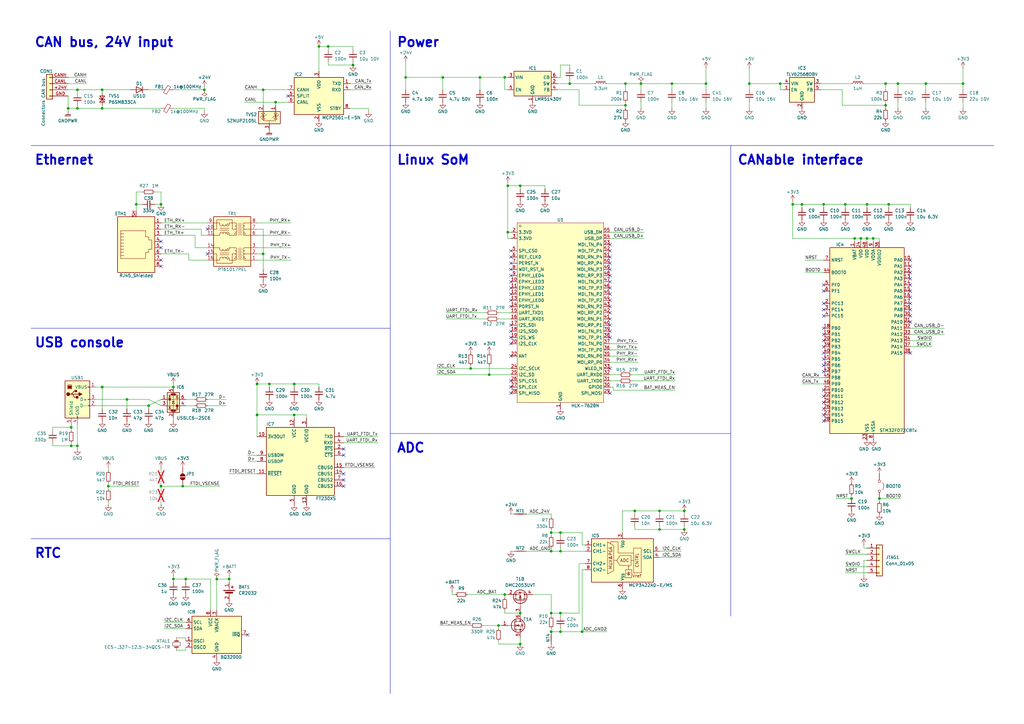
<source format=kicad_sch>
(kicad_sch (version 20250114) (generator "eeschema") (generator_version "9.0")
  (paper "A3")
  (title_block (title "HAPCAN Ethernet interface") (rev "1") (company "Ondrej Kolar"))
  (text "Power" (at 162.56 15.24 0) (effects (font (size 3.81 3.81) (thickness 0.762) (bold yes)) (justify left top)))
  (text "Linux SoM" (at 162.56 63.5 0) (effects (font (size 3.81 3.81) (thickness 0.762) (bold yes)) (justify left top)))
  (text "ADC" (at 162.56 181.61 0) (effects (font (size 3.81 3.81) (thickness 0.762) (bold yes)) (justify left top)))
  (text "CAN bus, 24V input" (at 13.97 15.24 0) (effects (font (size 3.81 3.81) (thickness 0.762) (bold yes)) (justify left top)))
  (text "CANable interface" (at 302.26 63.5 0) (effects (font (size 3.81 3.81) (thickness 0.762) (bold yes)) (justify left top)))
  (text "USB console" (at 13.97 138.43 0) (effects (font (size 3.81 3.81) (thickness 0.762) (bold yes)) (justify left top)))
  (text "RTC" (at 13.97 224.79 0) (effects (font (size 3.81 3.81) (thickness 0.762) (bold yes)) (justify left top)))
  (text "Ethernet" (at 13.97 63.5 0) (effects (font (size 3.81 3.81) (thickness 0.762) (bold yes)) (justify left top)))
  (junction (at 364.49 83.82))
  (junction (at 270.51 209.55))
  (junction (at 120.65 170.18))
  (junction (at 60.96 166.37))
  (junction (at 394.97 34.29))
  (junction (at 358.14 97.79))
  (junction (at 196.85 31.75))
  (junction (at 213.36 76.2))
  (junction (at 337.82 83.82))
  (junction (at 233.68 34.29))
  (junction (at 76.2 237.49))
  (junction (at 260.35 209.55))
  (junction (at 93.98 237.49))
  (junction (at 289.56 34.29))
  (junction (at 166.37 31.75))
  (junction (at 363.22 43.18))
  (junction (at 355.6 83.82))
  (junction (at 275.59 34.29))
  (junction (at 27.94 44.45))
  (junction (at 226.06 251.46))
  (junction (at 368.3 34.29))
  (junction (at 262.89 34.29))
  (junction (at 83.82 36.83))
  (junction (at 55.88 83.82))
  (junction (at 41.91 158.75))
  (junction (at 66.04 83.82))
  (junction (at 379.73 34.29))
  (junction (at 110.49 157.48))
  (junction (at 207.01 243.84))
  (junction (at 113.03 41.91))
  (junction (at 107.95 36.83))
  (junction (at 66.04 199.39))
  (junction (at 229.87 259.08))
  (junction (at 41.91 36.83))
  (junction (at 256.54 34.29))
  (junction (at 31.75 44.45))
  (junction (at 71.12 237.49))
  (junction (at 360.68 204.47))
  (junction (at 204.47 256.54))
  (junction (at 226.06 218.44))
  (junction (at 29.21 182.88))
  (junction (at 346.71 83.82))
  (junction (at 107.95 104.14))
  (junction (at 280.67 209.55))
  (junction (at 328.93 83.82))
  (junction (at 229.87 218.44))
  (junction (at 226.06 226.06))
  (junction (at 41.91 44.45))
  (junction (at 280.67 217.17))
  (junction (at 350.52 97.79))
  (junction (at 270.51 217.17))
  (junction (at 105.41 170.18))
  (junction (at 229.87 226.06))
  (junction (at 226.06 259.08))
  (junction (at 144.78 26.67))
  (junction (at 52.07 163.83))
  (junction (at 207.01 31.75))
  (junction (at 105.41 157.48))
  (junction (at 213.36 264.16))
  (junction (at 208.28 95.25))
  (junction (at 320.04 34.29))
  (junction (at 325.12 83.82))
  (junction (at 307.34 34.29))
  (junction (at 134.62 19.05))
  (junction (at 88.9 237.49))
  (junction (at 193.04 151.13))
  (junction (at 200.66 153.67))
  (junction (at 29.21 175.26))
  (junction (at 31.75 182.88))
  (junction (at 363.22 34.29))
  (junction (at 208.28 76.2))
  (junction (at 349.25 204.47))
  (junction (at 130.81 19.05))
  (junction (at 44.45 199.39))
  (junction (at 213.36 251.46))
  (junction (at 74.93 199.39))
  (junction (at 256.54 43.18))
  (junction (at 355.6 97.79))
  (junction (at 71.12 158.75))
  (junction (at 120.65 157.48))
  (junction (at 353.06 97.79))
  (junction (at 31.75 36.83))
  (junction (at 181.61 31.75))
  (junction (at 238.76 259.08))
  (junction (at 229.87 251.46))
  (no_connect (at 337.82 137.16))
  (no_connect (at 140.97 199.39))
  (no_connect (at 66.04 106.68))
  (no_connect (at 140.97 194.31))
  (no_connect (at 209.55 110.49))
  (no_connect (at 337.82 142.24))
  (no_connect (at 373.38 121.92))
  (no_connect (at 209.55 138.43))
  (no_connect (at 250.19 107.95))
  (no_connect (at 250.19 105.41))
  (no_connect (at 209.55 115.57))
  (no_connect (at 118.11 39.37))
  (no_connect (at 66.04 99.06))
  (no_connect (at 85.09 104.14))
  (no_connect (at 250.19 135.89))
  (no_connect (at 250.19 128.27))
  (no_connect (at 66.04 101.6))
  (no_connect (at 250.19 100.33))
  (no_connect (at 337.82 139.7))
  (no_connect (at 209.55 105.41))
  (no_connect (at 140.97 196.85))
  (no_connect (at 101.6 260.35))
  (no_connect (at 209.55 123.19))
  (no_connect (at 209.55 161.29))
  (no_connect (at 209.55 135.89))
  (no_connect (at 337.82 167.64))
  (no_connect (at 337.82 160.02))
  (no_connect (at 337.82 165.1))
  (no_connect (at 209.55 140.97))
  (no_connect (at 209.55 120.65))
  (no_connect (at 85.09 93.98))
  (no_connect (at 373.38 119.38))
  (no_connect (at 250.19 120.65))
  (no_connect (at 250.19 151.13))
  (no_connect (at 337.82 162.56))
  (no_connect (at 373.38 111.76))
  (no_connect (at 373.38 127))
  (no_connect (at 337.82 149.86))
  (no_connect (at 373.38 124.46))
  (no_connect (at 250.19 110.49))
  (no_connect (at 209.55 107.95))
  (no_connect (at 373.38 106.68))
  (no_connect (at 250.19 118.11))
  (no_connect (at 140.97 186.69))
  (no_connect (at 373.38 144.78))
  (no_connect (at 250.19 161.29))
  (no_connect (at 337.82 119.38))
  (no_connect (at 209.55 156.21))
  (no_connect (at 337.82 116.84))
  (no_connect (at 337.82 134.62))
  (no_connect (at 337.82 147.32))
  (no_connect (at 337.82 172.72))
  (no_connect (at 140.97 184.15))
  (no_connect (at 373.38 114.3))
  (no_connect (at 373.38 132.08))
  (no_connect (at 373.38 129.54))
  (no_connect (at 209.55 113.03))
  (no_connect (at 337.82 124.46))
  (no_connect (at 66.04 109.22))
  (no_connect (at 373.38 116.84))
  (no_connect (at 250.19 130.81))
  (no_connect (at 209.55 102.87))
  (no_connect (at 250.19 133.35))
  (no_connect (at 250.19 123.19))
  (no_connect (at 250.19 102.87))
  (no_connect (at 250.19 115.57))
  (no_connect (at 337.82 129.54))
  (no_connect (at 209.55 146.05))
  (no_connect (at 373.38 109.22))
  (no_connect (at 209.55 118.11))
  (no_connect (at 250.19 125.73))
  (no_connect (at 209.55 125.73))
  (no_connect (at 337.82 144.78))
  (no_connect (at 337.82 152.4))
  (no_connect (at 337.82 170.18))
  (no_connect (at 209.55 133.35))
  (no_connect (at 209.55 158.75))
  (no_connect (at 250.19 113.03))
  (no_connect (at 250.19 138.43))
  (no_connect (at 337.82 127))
  (wire (pts (xy 86.36 237.49) (xy 86.36 250.19)))
  (wire (pts (xy 204.47 130.81) (xy 209.55 130.81)))
  (wire (pts (xy 360.68 99.06) (xy 360.68 97.79)))
  (wire (pts (xy 229.87 226.06) (xy 240.03 226.06)))
  (wire (pts (xy 256.54 43.18) (xy 256.54 44.45)))
  (wire (pts (xy 229.87 26.67) (xy 233.68 26.67)))
  (wire (pts (xy 27.94 44.45) (xy 31.75 44.45)))
  (wire (pts (xy 185.42 242.57) (xy 185.42 243.84)))
  (wire (pts (xy 66.04 78.74) (xy 66.04 83.82)))
  (wire (pts (xy 280.67 209.55) (xy 270.51 209.55)))
  (wire (pts (xy 60.96 163.83) (xy 66.04 166.37)))
  (wire (pts (xy 63.5 83.82) (xy 66.04 83.82)))
  (wire (pts (xy 88.9 250.19) (xy 88.9 237.49)))
  (wire (pts (xy 39.37 166.37) (xy 60.96 166.37)))
  (wire (pts (xy 166.37 31.75) (xy 181.61 31.75)))
  (wire (pts (xy 355.6 83.82) (xy 355.6 85.09)))
  (wire (pts (xy 125.73 171.45) (xy 125.73 170.18)))
  (wire (pts (xy 130.81 19.05) (xy 130.81 29.21)))
  (wire (pts (xy 120.65 157.48) (xy 130.81 157.48)))
  (wire (pts (xy 120.65 158.75) (xy 120.65 157.48)))
  (wire (pts (xy 100.33 41.91) (xy 113.03 41.91)))
  (wire (pts (xy 251.46 160.02) (xy 276.86 160.02)))
  (wire (pts (xy 93.98 236.22) (xy 93.98 237.49)))
  (wire (pts (xy 77.47 106.68) (xy 77.47 104.14)))
  (wire (pts (xy 355.6 224.79) (xy 354.33 224.79)))
  (wire (pts (xy 237.49 231.14) (xy 240.03 231.14)))
  (wire (pts (xy 66.04 207.01) (xy 66.04 205.74)))
  (wire (pts (xy 204.47 128.27) (xy 209.55 128.27)))
  (wire (pts (xy 238.76 259.08) (xy 238.76 233.68)))
  (wire (pts (xy 113.03 41.91) (xy 118.11 41.91)))
  (wire (pts (xy 229.87 218.44) (xy 229.87 219.71)))
  (wire (pts (xy 204.47 256.54) (xy 205.74 256.54)))
  (wire (pts (xy 233.68 26.67) (xy 233.68 27.94)))
  (wire (pts (xy 328.93 83.82) (xy 328.93 85.09)))
  (wire (pts (xy 35.56 31.75) (xy 27.94 31.75)))
  (wire (pts (xy 373.38 137.16) (xy 387.35 137.16)))
  (wire (pts (xy 105.41 170.18) (xy 120.65 170.18)))
  (wire (pts (xy 248.92 34.29) (xy 256.54 34.29)))
  (wire (pts (xy 196.85 36.83) (xy 196.85 31.75)))
  (wire (pts (xy 262.89 44.45) (xy 262.89 41.91)))
  (wire (pts (xy 264.16 95.25) (xy 250.19 95.25)))
  (wire (pts (xy 204.47 264.16) (xy 204.47 262.89)))
  (wire (pts (xy 208.28 36.83) (xy 207.01 36.83)))
  (wire (pts (xy 85.09 106.68) (xy 77.47 106.68)))
  (wire (pts (xy 52.07 163.83) (xy 60.96 163.83)))
  (wire (pts (xy 262.89 34.29) (xy 262.89 36.83)))
  (wire (pts (xy 289.56 34.29) (xy 289.56 36.83)))
  (wire (pts (xy 143.51 34.29) (xy 152.4 34.29)))
  (wire (pts (xy 346.71 227.33) (xy 355.6 227.33)))
  (wire (pts (xy 270.51 217.17) (xy 280.67 217.17)))
  (wire (pts (xy 360.68 204.47) (xy 369.57 204.47)))
  (wire (pts (xy 41.91 158.75) (xy 71.12 158.75)))
  (wire (pts (xy 260.35 209.55) (xy 270.51 209.55)))
  (wire (pts (xy 259.08 153.67) (xy 276.86 153.67)))
  (wire (pts (xy 151.13 45.72) (xy 151.13 44.45)))
  (wire (pts (xy 76.2 261.62) (xy 76.2 262.89)))
  (wire (pts (xy 250.19 158.75) (xy 251.46 158.75)))
  (wire (pts (xy 213.36 76.2) (xy 223.52 76.2)))
  (wire (pts (xy 218.44 243.84) (xy 226.06 243.84)))
  (wire (pts (xy 307.34 41.91) (xy 307.34 44.45)))
  (wire (pts (xy 336.55 36.83) (xy 345.44 36.83)))
  (wire (pts (xy 209.55 97.79) (xy 208.28 97.79)))
  (wire (pts (xy 119.38 101.6) (xy 105.41 101.6)))
  (wire (pts (xy 320.04 34.29) (xy 321.31 34.29)))
  (wire (pts (xy 289.56 44.45) (xy 289.56 41.91)))
  (wire (pts (xy 364.49 83.82) (xy 373.38 83.82)))
  (wire (pts (xy 233.68 34.29) (xy 243.84 34.29)))
  (wire (pts (xy 346.71 85.09) (xy 346.71 83.82)))
  (wire (pts (xy 279.4 226.06) (xy 270.51 226.06)))
  (wire (pts (xy 66.04 199.39) (xy 74.93 199.39)))
  (wire (pts (xy 256.54 43.18) (xy 256.54 41.91)))
  (wire (pts (xy 354.33 34.29) (xy 363.22 34.29)))
  (wire (pts (xy 208.28 74.93) (xy 208.28 76.2)))
  (wire (pts (xy 196.85 31.75) (xy 207.01 31.75)))
  (wire (pts (xy 248.92 259.08) (xy 238.76 259.08)))
  (wire (pts (xy 92.71 166.37) (xy 85.09 166.37)))
  (wire (pts (xy 321.31 36.83) (xy 320.04 36.83)))
  (wire (pts (xy 130.81 19.05) (xy 134.62 19.05)))
  (wire (pts (xy 328.93 83.82) (xy 337.82 83.82)))
  (wire (pts (xy 363.22 34.29) (xy 368.3 34.29)))
  (wire (pts (xy 256.54 34.29) (xy 256.54 36.83)))
  (wire (pts (xy 31.75 43.18) (xy 31.75 44.45)))
  (wire (pts (xy 346.71 83.82) (xy 355.6 83.82)))
  (wire (pts (xy 193.04 151.13) (xy 209.55 151.13)))
  (wire (pts (xy 207.01 245.11) (xy 207.01 243.84)))
  (wire (pts (xy 223.52 77.47) (xy 223.52 76.2)))
  (wire (pts (xy 368.3 34.29) (xy 379.73 34.29)))
  (wire (pts (xy 166.37 31.75) (xy 166.37 36.83)))
  (wire (pts (xy 134.62 19.05) (xy 144.78 19.05)))
  (wire (pts (xy 255.27 218.44) (xy 255.27 209.55)))
  (wire (pts (xy 350.52 97.79) (xy 353.06 97.79)))
  (wire (pts (xy 259.08 156.21) (xy 276.86 156.21)))
  (wire (pts (xy 93.98 237.49) (xy 93.98 238.76)))
  (wire (pts (xy 360.68 205.74) (xy 360.68 204.47)))
  (wire (pts (xy 349.25 203.2) (xy 349.25 204.47)))
  (wire (pts (xy 325.12 83.82) (xy 328.93 83.82)))
  (wire (pts (xy 240.03 223.52) (xy 238.76 223.52)))
  (wire (pts (xy 83.82 36.83) (xy 71.12 36.83)))
  (wire (pts (xy 345.44 36.83) (xy 345.44 43.18)))
  (wire (pts (xy 31.75 36.83) (xy 31.75 38.1)))
  (wire (pts (xy 264.16 97.79) (xy 250.19 97.79)))
  (wire (pts (xy 229.87 251.46) (xy 229.87 252.73)))
  (wire (pts (xy 350.52 99.06) (xy 350.52 97.79)))
  (wire (pts (xy 353.06 97.79) (xy 355.6 97.79)))
  (wire (pts (xy 226.06 219.71) (xy 226.06 218.44)))
  (wire (pts (xy 238.76 233.68) (xy 240.03 233.68)))
  (wire (pts (xy 261.62 148.59) (xy 250.19 148.59)))
  (wire (pts (xy 80.01 163.83) (xy 76.2 163.83)))
  (wire (pts (xy 337.82 157.48) (xy 328.93 157.48)))
  (wire (pts (xy 151.13 44.45) (xy 143.51 44.45)))
  (wire (pts (xy 44.45 198.12) (xy 44.45 199.39)))
  (wire (pts (xy 330.2 111.76) (xy 337.82 111.76)))
  (wire (pts (xy 140.97 179.07) (xy 154.94 179.07)))
  (wire (pts (xy 88.9 237.49) (xy 93.98 237.49)))
  (wire (pts (xy 270.51 217.17) (xy 270.51 215.9)))
  (wire (pts (xy 41.91 44.45) (xy 66.04 44.45)))
  (polyline (pts (xy 160.02 59.69) (xy 407.67 59.69)))
  (wire (pts (xy 226.06 226.06) (xy 229.87 226.06)))
  (wire (pts (xy 307.34 27.94) (xy 307.34 34.29)))
  (wire (pts (xy 113.03 43.18) (xy 113.03 41.91)))
  (wire (pts (xy 354.33 236.22) (xy 354.33 229.87)))
  (wire (pts (xy 337.82 83.82) (xy 346.71 83.82)))
  (wire (pts (xy 144.78 20.32) (xy 144.78 19.05)))
  (wire (pts (xy 207.01 243.84) (xy 208.28 243.84)))
  (wire (pts (xy 66.04 93.98) (xy 82.55 93.98)))
  (wire (pts (xy 105.41 157.48) (xy 105.41 170.18)))
  (wire (pts (xy 260.35 217.17) (xy 270.51 217.17)))
  (wire (pts (xy 21.59 175.26) (xy 29.21 175.26)))
  (wire (pts (xy 119.38 91.44) (xy 105.41 91.44)))
  (wire (pts (xy 21.59 182.88) (xy 29.21 182.88)))
  (wire (pts (xy 153.67 191.77) (xy 140.97 191.77)))
  (wire (pts (xy 182.88 128.27) (xy 199.39 128.27)))
  (wire (pts (xy 119.38 96.52) (xy 105.41 96.52)))
  (wire (pts (xy 208.28 95.25) (xy 208.28 97.79)))
  (wire (pts (xy 76.2 166.37) (xy 80.01 166.37)))
  (wire (pts (xy 76.2 266.7) (xy 76.2 265.43)))
  (wire (pts (xy 66.04 91.44) (xy 85.09 91.44)))
  (wire (pts (xy 394.97 27.94) (xy 394.97 34.29)))
  (wire (pts (xy 134.62 20.32) (xy 134.62 19.05)))
  (wire (pts (xy 107.95 36.83) (xy 118.11 36.83)))
  (wire (pts (xy 107.95 43.18) (xy 107.95 36.83)))
  (wire (pts (xy 143.51 36.83) (xy 152.4 36.83)))
  (wire (pts (xy 208.28 76.2) (xy 208.28 95.25)))
  (wire (pts (xy 35.56 34.29) (xy 27.94 34.29)))
  (wire (pts (xy 29.21 175.26) (xy 29.21 176.53)))
  (wire (pts (xy 368.3 34.29) (xy 368.3 36.83)))
  (wire (pts (xy 251.46 158.75) (xy 251.46 160.02)))
  (wire (pts (xy 27.94 44.45) (xy 27.94 45.72)))
  (wire (pts (xy 226.06 210.82) (xy 226.06 212.09)))
  (wire (pts (xy 260.35 217.17) (xy 260.35 215.9)))
  (wire (pts (xy 182.88 130.81) (xy 199.39 130.81)))
  (wire (pts (xy 307.34 34.29) (xy 307.34 36.83)))
  (wire (pts (xy 226.06 257.81) (xy 226.06 259.08)))
  (wire (pts (xy 60.96 166.37) (xy 60.96 167.64)))
  (wire (pts (xy 355.6 99.06) (xy 355.6 97.79)))
  (wire (pts (xy 208.28 76.2) (xy 213.36 76.2)))
  (polyline (pts (xy 12.7 220.98) (xy 160.02 220.98)))
  (wire (pts (xy 229.87 251.46) (xy 237.49 251.46)))
  (wire (pts (xy 379.73 34.29) (xy 379.73 36.83)))
  (wire (pts (xy 29.21 182.88) (xy 31.75 182.88)))
  (wire (pts (xy 337.82 154.94) (xy 328.93 154.94)))
  (wire (pts (xy 261.62 143.51) (xy 250.19 143.51)))
  (wire (pts (xy 280.67 217.17) (xy 280.67 215.9)))
  (wire (pts (xy 105.41 93.98) (xy 107.95 93.98)))
  (wire (pts (xy 144.78 25.4) (xy 144.78 26.67)))
  (wire (pts (xy 200.66 153.67) (xy 209.55 153.67)))
  (wire (pts (xy 185.42 243.84) (xy 186.69 243.84)))
  (wire (pts (xy 373.38 134.62) (xy 387.35 134.62)))
  (wire (pts (xy 256.54 34.29) (xy 262.89 34.29)))
  (wire (pts (xy 41.91 158.75) (xy 41.91 167.64)))
  (wire (pts (xy 76.2 237.49) (xy 86.36 237.49)))
  (wire (pts (xy 346.71 234.95) (xy 355.6 234.95)))
  (wire (pts (xy 110.49 157.48) (xy 120.65 157.48)))
  (wire (pts (xy 250.19 156.21) (xy 254 156.21)))
  (wire (pts (xy 325.12 97.79) (xy 325.12 83.82)))
  (wire (pts (xy 71.12 172.72) (xy 71.12 171.45)))
  (wire (pts (xy 120.65 170.18) (xy 125.73 170.18)))
  (wire (pts (xy 346.71 232.41) (xy 355.6 232.41)))
  (wire (pts (xy 27.94 39.37) (xy 27.94 44.45)))
  (wire (pts (xy 255.27 209.55) (xy 260.35 209.55)))
  (wire (pts (xy 66.04 199.39) (xy 66.04 200.66)))
  (wire (pts (xy 76.2 237.49) (xy 76.2 238.76)))
  (wire (pts (xy 289.56 27.94) (xy 289.56 34.29)))
  (wire (pts (xy 27.94 36.83) (xy 31.75 36.83)))
  (wire (pts (xy 261.62 140.97) (xy 250.19 140.97)))
  (wire (pts (xy 31.75 182.88) (xy 31.75 173.99)))
  (wire (pts (xy 166.37 25.4) (xy 166.37 31.75)))
  (wire (pts (xy 209.55 210.82) (xy 210.82 210.82)))
  (wire (pts (xy 289.56 34.29) (xy 275.59 34.29)))
  (wire (pts (xy 379.73 34.29) (xy 394.97 34.29)))
  (wire (pts (xy 364.49 85.09) (xy 364.49 83.82)))
  (wire (pts (xy 233.68 34.29) (xy 233.68 33.02)))
  (wire (pts (xy 238.76 223.52) (xy 238.76 218.44)))
  (wire (pts (xy 382.27 139.7) (xy 373.38 139.7)))
  (wire (pts (xy 105.41 179.07) (xy 105.41 170.18)))
  (wire (pts (xy 198.12 256.54) (xy 204.47 256.54)))
  (wire (pts (xy 207.01 251.46) (xy 213.36 251.46)))
  (wire (pts (xy 82.55 96.52) (xy 85.09 96.52)))
  (wire (pts (xy 204.47 264.16) (xy 213.36 264.16)))
  (wire (pts (xy 66.04 96.52) (xy 80.01 96.52)))
  (wire (pts (xy 226.06 243.84) (xy 226.06 251.46)))
  (wire (pts (xy 336.55 34.29) (xy 349.25 34.29)))
  (wire (pts (xy 110.49 158.75) (xy 110.49 157.48)))
  (wire (pts (xy 200.66 149.86) (xy 200.66 153.67)))
  (wire (pts (xy 66.04 198.12) (xy 66.04 199.39)))
  (wire (pts (xy 275.59 36.83) (xy 275.59 34.29)))
  (wire (pts (xy 130.81 158.75) (xy 130.81 157.48)))
  (wire (pts (xy 119.38 106.68) (xy 105.41 106.68)))
  (wire (pts (xy 213.36 264.16) (xy 213.36 261.62)))
  (wire (pts (xy 237.49 43.18) (xy 256.54 43.18)))
  (wire (pts (xy 363.22 43.18) (xy 363.22 41.91)))
  (wire (pts (xy 237.49 36.83) (xy 237.49 43.18)))
  (wire (pts (xy 101.6 189.23) (xy 105.41 189.23)))
  (wire (pts (xy 181.61 36.83) (xy 181.61 31.75)))
  (wire (pts (xy 39.37 163.83) (xy 52.07 163.83)))
  (wire (pts (xy 325.12 82.55) (xy 325.12 83.82)))
  (wire (pts (xy 55.88 86.36) (xy 55.88 83.82)))
  (wire (pts (xy 179.07 153.67) (xy 200.66 153.67)))
  (wire (pts (xy 52.07 163.83) (xy 52.07 167.64)))
  (wire (pts (xy 193.04 149.86) (xy 193.04 151.13)))
  (wire (pts (xy 107.95 93.98) (xy 107.95 104.14)))
  (polyline (pts (xy 12.7 59.69) (xy 160.02 59.69)))
  (wire (pts (xy 55.88 83.82) (xy 58.42 83.82)))
  (wire (pts (xy 229.87 31.75) (xy 229.87 26.67)))
  (wire (pts (xy 66.04 163.83) (xy 60.96 166.37)))
  (wire (pts (xy 63.5 78.74) (xy 66.04 78.74)))
  (wire (pts (xy 228.6 36.83) (xy 237.49 36.83)))
  (wire (pts (xy 354.33 229.87) (xy 355.6 229.87)))
  (wire (pts (xy 330.2 106.68) (xy 337.82 106.68)))
  (wire (pts (xy 250.19 153.67) (xy 254 153.67)))
  (wire (pts (xy 101.6 186.69) (xy 105.41 186.69)))
  (wire (pts (xy 179.07 151.13) (xy 193.04 151.13)))
  (wire (pts (xy 355.6 97.79) (xy 358.14 97.79)))
  (wire (pts (xy 207.01 36.83) (xy 207.01 31.75)))
  (polyline (pts (xy 160.02 59.69) (xy 160.02 134.62)))
  (wire (pts (xy 100.33 36.83) (xy 107.95 36.83)))
  (wire (pts (xy 337.82 85.09) (xy 337.82 83.82)))
  (wire (pts (xy 228.6 31.75) (xy 229.87 31.75)))
  (wire (pts (xy 66.04 191.77) (xy 66.04 193.04)))
  (wire (pts (xy 71.12 237.49) (xy 76.2 237.49)))
  (wire (pts (xy 107.95 104.14) (xy 107.95 110.49)))
  (wire (pts (xy 55.88 83.82) (xy 55.88 78.74)))
  (wire (pts (xy 83.82 45.72) (xy 83.82 44.45)))
  (wire (pts (xy 226.06 217.17) (xy 226.06 218.44)))
  (wire (pts (xy 355.6 83.82) (xy 364.49 83.82)))
  (wire (pts (xy 29.21 173.99) (xy 29.21 175.26)))
  (wire (pts (xy 44.45 199.39) (xy 44.45 200.66)))
  (wire (pts (xy 71.12 237.49) (xy 71.12 238.76)))
  (wire (pts (xy 80.01 101.6) (xy 85.09 101.6)))
  (wire (pts (xy 363.22 34.29) (xy 363.22 36.83)))
  (wire (pts (xy 237.49 251.46) (xy 237.49 231.14)))
  (wire (pts (xy 80.01 96.52) (xy 80.01 101.6)))
  (wire (pts (xy 261.62 146.05) (xy 250.19 146.05)))
  (wire (pts (xy 325.12 97.79) (xy 350.52 97.79)))
  (wire (pts (xy 71.12 157.48) (xy 71.12 158.75)))
  (wire (pts (xy 44.45 207.01) (xy 44.45 205.74)))
  (wire (pts (xy 67.31 255.27) (xy 76.2 255.27)))
  (wire (pts (xy 67.31 257.81) (xy 76.2 257.81)))
  (wire (pts (xy 360.68 97.79) (xy 358.14 97.79)))
  (wire (pts (xy 120.65 170.18) (xy 120.65 171.45)))
  (wire (pts (xy 275.59 44.45) (xy 275.59 41.91)))
  (wire (pts (xy 31.75 36.83) (xy 41.91 36.83)))
  (wire (pts (xy 354.33 224.79) (xy 354.33 223.52)))
  (wire (pts (xy 41.91 44.45) (xy 41.91 43.18)))
  (wire (pts (xy 358.14 99.06) (xy 358.14 97.79)))
  (wire (pts (xy 204.47 257.81) (xy 204.47 256.54)))
  (polyline (pts (xy 160.02 177.8) (xy 299.72 177.8)))
  (wire (pts (xy 41.91 36.83) (xy 53.34 36.83)))
  (wire (pts (xy 228.6 34.29) (xy 233.68 34.29)))
  (wire (pts (xy 66.04 104.14) (xy 77.47 104.14)))
  (wire (pts (xy 262.89 34.29) (xy 275.59 34.29)))
  (wire (pts (xy 394.97 34.29) (xy 394.97 36.83)))
  (wire (pts (xy 215.9 210.82) (xy 226.06 210.82)))
  (wire (pts (xy 373.38 85.09) (xy 373.38 83.82)))
  (wire (pts (xy 226.06 224.79) (xy 226.06 226.06)))
  (wire (pts (xy 82.55 93.98) (xy 82.55 96.52)))
  (wire (pts (xy 229.87 259.08) (xy 238.76 259.08)))
  (wire (pts (xy 71.12 236.22) (xy 71.12 237.49)))
  (wire (pts (xy 83.82 44.45) (xy 71.12 44.45)))
  (wire (pts (xy 207.01 250.19) (xy 207.01 251.46)))
  (wire (pts (xy 382.27 142.24) (xy 373.38 142.24)))
  (wire (pts (xy 72.39 266.7) (xy 76.2 266.7)))
  (wire (pts (xy 342.9 204.47) (xy 349.25 204.47)))
  (wire (pts (xy 207.01 31.75) (xy 208.28 31.75)))
  (polyline (pts (xy 299.72 59.69) (xy 299.72 252.73)))
  (wire (pts (xy 21.59 176.53) (xy 21.59 175.26)))
  (wire (pts (xy 394.97 41.91) (xy 394.97 44.45)))
  (wire (pts (xy 105.41 104.14) (xy 107.95 104.14)))
  (wire (pts (xy 21.59 181.61) (xy 21.59 182.88)))
  (wire (pts (xy 29.21 181.61) (xy 29.21 182.88)))
  (wire (pts (xy 320.04 34.29) (xy 320.04 36.83)))
  (wire (pts (xy 229.87 259.08) (xy 229.87 257.81)))
  (wire (pts (xy 181.61 31.75) (xy 196.85 31.75)))
  (wire (pts (xy 44.45 191.77) (xy 44.45 193.04)))
  (wire (pts (xy 363.22 43.18) (xy 363.22 44.45)))
  (polyline (pts (xy 160.02 12.7) (xy 160.02 59.69)))
  (wire (pts (xy 279.4 228.6) (xy 270.51 228.6)))
  (wire (pts (xy 270.51 210.82) (xy 270.51 209.55)))
  (wire (pts (xy 31.75 184.15) (xy 31.75 182.88)))
  (wire (pts (xy 353.06 99.06) (xy 353.06 97.79)))
  (wire (pts (xy 180.34 256.54) (xy 193.04 256.54)))
  (wire (pts (xy 213.36 77.47) (xy 213.36 76.2)))
  (wire (pts (xy 208.28 95.25) (xy 209.55 95.25)))
  (wire (pts (xy 260.35 210.82) (xy 260.35 209.55)))
  (wire (pts (xy 31.75 44.45) (xy 41.91 44.45)))
  (wire (pts (xy 307.34 34.29) (xy 320.04 34.29)))
  (polyline (pts (xy 160.02 134.62) (xy 160.02 284.48)))
  (wire (pts (xy 134.62 26.67) (xy 144.78 26.67)))
  (wire (pts (xy 229.87 226.06) (xy 229.87 224.79)))
  (polyline (pts (xy 12.7 134.62) (xy 160.02 134.62)))
  (wire (pts (xy 134.62 25.4) (xy 134.62 26.67)))
  (wire (pts (xy 105.41 157.48) (xy 110.49 157.48)))
  (wire (pts (xy 226.06 252.73) (xy 226.06 251.46)))
  (wire (pts (xy 83.82 35.56) (xy 83.82 36.83)))
  (wire (pts (xy 379.73 41.91) (xy 379.73 44.45)))
  (wire (pts (xy 209.55 226.06) (xy 210.82 226.06)))
  (wire (pts (xy 39.37 158.75) (xy 41.91 158.75)))
  (wire (pts (xy 55.88 78.74) (xy 58.42 78.74)))
  (wire (pts (xy 44.45 199.39) (xy 57.15 199.39)))
  (wire (pts (xy 191.77 243.84) (xy 207.01 243.84)))
  (wire (pts (xy 92.71 163.83) (xy 85.09 163.83)))
  (wire (pts (xy 226.06 251.46) (xy 229.87 251.46)))
  (wire (pts (xy 229.87 259.08) (xy 226.06 259.08)))
  (wire (pts (xy 226.06 218.44) (xy 229.87 218.44)))
  (wire (pts (xy 345.44 43.18) (xy 363.22 43.18)))
  (wire (pts (xy 280.67 210.82) (xy 280.67 209.55)))
  (wire (pts (xy 41.91 36.83) (xy 41.91 38.1)))
  (wire (pts (xy 229.87 218.44) (xy 238.76 218.44)))
  (wire (pts (xy 74.93 199.39) (xy 90.17 199.39)))
  (wire (pts (xy 140.97 181.61) (xy 154.94 181.61)))
  (wire (pts (xy 93.98 194.31) (xy 105.41 194.31)))
  (wire (pts (xy 60.96 36.83) (xy 66.04 36.83)))
  (wire (pts (xy 72.39 261.62) (xy 76.2 261.62)))
  (wire (pts (xy 215.9 226.06) (xy 226.06 226.06)))
  (wire (pts (xy 368.3 44.45) (xy 368.3 41.91)))
  (label "FTDI_RESET" (at 93.98 194.31 0))
  (label "NRST" (at 342.9 204.47 0))
  (label "BAT_MEAS_EN" (at 180.34 256.54 0))
  (label "CAN_USB_D-" (at 387.35 134.62 180))
  (label "ETH_TX+" (at 67.31 96.52 0))
  (label "FTDI_VSENSE" (at 153.67 191.77 180))
  (label "FTDI_VSENSE" (at 90.17 199.39 180))
  (label "CANH" (at 100.33 36.83 0))
  (label "PHY_RX-" (at 119.38 96.52 180))
  (label "SWCLK" (at 382.27 142.24 180))
  (label "I2C_CLK" (at 67.31 255.27 0))
  (label "UART_FTDI_Tx" (at 182.88 130.81 0))
  (label "ETH_RX-" (at 67.31 93.98 0))
  (label "CAN_Rx" (at 152.4 36.83 180))
  (label "I2C_CLK" (at 179.07 151.13 0))
  (label "FTDI_RESET" (at 57.15 199.39 180))
  (label "PHY_TX+" (at 261.62 143.51 180))
  (label "I2C_CLK" (at 279.4 226.06 180))
  (label "PHY_TX+" (at 119.38 101.6 180))
  (label "PHY_TX-" (at 119.38 106.68 180))
  (label "UART_FTDI_Tx" (at 276.86 153.67 180))
  (label "I2C_SDA" (at 279.4 228.6 180))
  (label "D+" (at 92.71 166.37 180))
  (label "SWCLK" (at 346.71 227.33 0))
  (label "CAN_Tx" (at 152.4 34.29 180))
  (label "D-" (at 101.6 186.69 0))
  (label "CAN_USB_D+" (at 387.35 137.16 180))
  (label "D-" (at 92.71 163.83 180))
  (label "CANL" (at 100.33 41.91 0))
  (label "SWDIO" (at 382.27 139.7 180))
  (label "PHY_RX+" (at 119.38 91.44 180))
  (label "ETH_RX+" (at 67.31 91.44 0))
  (label "CAN_Rx" (at 328.93 154.94 0))
  (label "ETH_TX-" (at 67.31 104.14 0))
  (label "ADC_BAT" (at 195.58 243.84 0))
  (label "ADC_GND" (at 217.17 226.06 0))
  (label "PHY_TX-" (at 261.62 140.97 180))
  (label "BOOT0" (at 330.2 111.76 0))
  (label "NRST" (at 346.71 234.95 0))
  (label "PHY_RX-" (at 261.62 146.05 180))
  (label "ADC_GND2" (at 248.92 259.08 180))
  (label "CANH" (at 35.56 31.75 180))
  (label "BOOT0" (at 369.57 204.47 180))
  (label "PHY_RX+" (at 261.62 148.59 180))
  (label "ADC_24V" (at 217.17 210.82 0))
  (label "CAN_USB_D+" (at 264.16 97.79 180))
  (label "SWDIO" (at 346.71 232.41 0))
  (label "CANL" (at 35.56 34.29 180))
  (label "UART_FTDI_Tx" (at 154.94 179.07 180))
  (label "I2C_SDA" (at 179.07 153.67 0))
  (label "BAT_MEAS_EN" (at 276.86 160.02 180))
  (label "I2C_SDA" (at 67.31 257.81 0))
  (label "CAN_USB_D-" (at 264.16 95.25 180))
  (label "UART_FTDI_Rx" (at 182.88 128.27 0))
  (label "D+" (at 101.6 189.23 0))
  (label "UART_FTDI_Rx" (at 276.86 156.21 180))
  (label "UART_FTDI_Rx" (at 154.94 181.61 180))
  (label "CAN_Tx" (at 328.93 157.48 0))
  (label "NRST" (at 330.2 106.68 0))
  (symbol (lib_id "Diode:US1D") (at 57.15 36.83 180) (unit 1)
    (property "Reference" "D1" (at 57.15 34.29 0))
    (property "Value" "US1D" (at 57.15 39.37 0))
    (property "Footprint" "Diode_SMD:D_SMA_Handsoldering" (effects (hide yes)))
    (property "Datasheet" "https://www.diodes.com/assets/Datasheets/ds16008.pdf" (effects (hide yes)))
    (property "Description" "200V, 1A, General Purpose Rectifier Diode, SMA(DO-214AC)" (effects (hide yes)))
    (property "Sim.Device" "D" (effects (hide yes)))
    (property "Sim.Pins" "1=K 2=A" (effects (hide yes)))
  )
  (symbol (lib_id "Device:NetTie_2") (at 213.36 226.06 0) (unit 1) (in_bom no)
    (property "Reference" "NT2" (at 213.36 224.79 0))
    (property "Value" "NetTie_2" (effects (hide yes)))
    (property "Footprint" "NetTie:NetTie-2_SMD_Pad0.5mm" (effects (hide yes)))
    (property "Description" "Net tie, 2 pins" (effects (hide yes)))
  )
  (symbol (lib_id "power:PWR_FLAG") (at 88.9 237.49 0) (unit 1)
    (property "Reference" "#FLG02" (effects (hide yes)))
    (property "Value" "PWR_FLAG" (at 88.9 229.87 90))
    (property "Description" "Special symbol for telling ERC where power comes from" (effects (hide yes)))
  )
  (symbol (lib_id "Device:R_Small") (at 66.04 195.58 0) (mirror y) (unit 1) (dnp yes)
    (property "Reference" "R21" (at 64.77 194.31 0) (effects (justify left)))
    (property "Value" "4k7" (at 64.77 196.85 0) (effects (justify left)))
    (property "Footprint" "Resistor_SMD:R_0603_1608Metric_Pad0.98x0.95mm_HandSolder" (effects (hide yes)))
    (property "Description" "Resistor, small symbol" (effects (hide yes)))
  )
  (symbol (lib_id "Device:R_Small") (at 204.47 260.35 0) (unit 1)
    (property "Reference" "R25" (at 203.2 259.08 0) (effects (justify right)))
    (property "Value" "47k" (at 203.2 261.62 0) (effects (justify right)))
    (property "Footprint" "Resistor_SMD:R_0603_1608Metric_Pad0.98x0.95mm_HandSolder" (effects (hide yes)))
    (property "Description" "Resistor, small symbol" (effects (hide yes)))
  )
  (symbol (lib_id "Device:D_TVS_Small") (at 41.91 40.64 90) (unit 1)
    (property "Reference" "TVS1" (at 44.45 39.3699 90) (effects (justify right)))
    (property "Value" "P6SMB33CA" (at 44.45 41.9099 90) (effects (justify right)))
    (property "Footprint" "Diode_SMD:D_SMB_Handsoldering" (effects (hide yes)))
    (property "Description" "Bidirectional transient-voltage-suppression diode, small symbol" (effects (hide yes)))
    (property "Mouser" "https://cz.mouser.com/ProductDetail/Littelfuse/P6SMB33CA?qs=MLCmBfHNlR4%2Fqg5412HiSQ%3D%3D" (effects (hide yes)))
  )
  (symbol (lib_id "Device:R_Small") (at 256.54 39.37 0) (mirror y) (unit 1)
    (property "Reference" "R1" (at 255.27 38.1 0) (effects (justify left)))
    (property "Value" "200k" (at 255.27 40.64 0) (effects (justify left)))
    (property "Footprint" "Resistor_SMD:R_0603_1608Metric_Pad0.98x0.95mm_HandSolder" (effects (hide yes)))
    (property "Description" "Resistor, small symbol" (effects (hide yes)))
  )
  (symbol (lib_id "ProjectLib:HLK-7628N") (at 229.87 128.27 0) (unit 1)
    (property "Reference" "U1" (at 229.87 90.17 0))
    (property "Value" "HLK-7628N" (at 240.03 166.37 0))
    (property "Footprint" "ProjectLib:HLK-7628N" (effects (hide yes)))
  )
  (symbol (lib_id "Device:C_Small") (at 328.93 87.63 0) (unit 1)
    (property "Reference" "C9" (at 331.47 86.3662 0) (effects (justify left)))
    (property "Value" "100n" (at 331.47 88.9062 0) (effects (justify left)))
    (property "Footprint" "Capacitor_SMD:C_0603_1608Metric_Pad1.08x0.95mm_HandSolder" (effects (hide yes)))
    (property "Description" "Unpolarized capacitor, small symbol" (effects (hide yes)))
  )
  (symbol (lib_id "Device:C_Small") (at 107.95 113.03 0) (unit 1)
    (property "Reference" "C28" (at 110.49 111.7662 0) (effects (justify left)))
    (property "Value" "100n" (at 110.49 114.3062 0) (effects (justify left)))
    (property "Footprint" "Capacitor_SMD:C_0603_1608Metric_Pad1.08x0.95mm_HandSolder" (effects (hide yes)))
    (property "Description" "Unpolarized capacitor, small symbol" (effects (hide yes)))
  )
  (symbol (lib_id "power:GND") (at 71.12 172.72 0) (unit 1)
    (property "Reference" "#PWR062" (effects (hide yes)))
    (property "Value" "GND" (at 71.12 176.53 0))
    (property "Description" "Power symbol creates a global label with name \"GND\" , ground" (effects (hide yes)))
  )
  (symbol (lib_id "Device:R_Small") (at 226.06 222.25 0) (mirror y) (unit 1)
    (property "Reference" "R8" (at 224.79 219.71 0) (effects (justify left)))
    (property "Value" "22k" (at 224.79 222.25 0) (effects (justify left)))
    (property "Footprint" "Resistor_SMD:R_0603_1608Metric_Pad0.98x0.95mm_HandSolder" (effects (hide yes)))
    (property "Description" "Resistor, small symbol" (effects (hide yes)))
  )
  (symbol (lib_id "power:+3V3") (at 74.93 191.77 0) (unit 1)
    (property "Reference" "#PWR066" (effects (hide yes)))
    (property "Value" "+3V3" (at 74.93 187.96 0))
    (property "Description" "Power symbol creates a global label with name \"+3V3\"" (effects (hide yes)))
  )
  (symbol (lib_id "Device:C_Small") (at 213.36 80.01 0) (unit 1)
    (property "Reference" "C25" (at 215.9 78.7462 0) (effects (justify left)))
    (property "Value" "100n" (at 215.9 81.2862 0) (effects (justify left)))
    (property "Footprint" "Capacitor_SMD:C_0603_1608Metric_Pad1.08x0.95mm_HandSolder" (effects (hide yes)))
    (property "Description" "Unpolarized capacitor, small symbol" (effects (hide yes)))
  )
  (symbol (lib_id "Interface_CAN_LIN:MCP2561-E-SN") (at 130.81 39.37 0) (mirror y) (unit 1)
    (property "Reference" "IC2" (at 120.65 30.48 0) (effects (justify right)))
    (property "Value" "MCP2561-E-SN" (at 132.08 48.26 0) (effects (justify right)))
    (property "Footprint" "Package_SO:SOIC-8_3.9x4.9mm_P1.27mm" (effects (hide yes)))
    (property "Datasheet" "http://ww1.microchip.com/downloads/en/DeviceDoc/25167A.pdf" (effects (hide yes)))
    (property "Description" "High-Speed CAN Transceiver, 1Mbps, 5V supply, SPLIT pin, -40C to +125C, SOIC-8" (effects (hide yes)))
  )
  (symbol (lib_id "power:+5V") (at 130.81 19.05 0) (unit 1)
    (property "Reference" "#PWR02" (effects (hide yes)))
    (property "Value" "+5V" (at 130.81 15.24 0))
    (property "Description" "Power symbol creates a global label with name \"+5V\"" (effects (hide yes)))
  )
  (symbol (lib_id "Device:C_Small") (at 262.89 39.37 0) (unit 1)
    (property "Reference" "C7" (at 265.43 38.1062 0) (effects (justify left)))
    (property "Value" "100n" (at 265.43 40.6462 0) (effects (justify left)))
    (property "Footprint" "Capacitor_SMD:C_0603_1608Metric_Pad1.08x0.95mm_HandSolder" (effects (hide yes)))
    (property "Description" "Unpolarized capacitor, small symbol" (effects (hide yes)))
  )
  (symbol (lib_id "Device:R_Small") (at 189.23 243.84 270) (mirror x) (unit 1)
    (property "Reference" "R9" (at 189.23 241.3 90))
    (property "Value" "22k" (at 189.23 246.38 90))
    (property "Footprint" "Resistor_SMD:R_0603_1608Metric_Pad0.98x0.95mm_HandSolder" (effects (hide yes)))
    (property "Description" "Resistor, small symbol" (effects (hide yes)))
  )
  (symbol (lib_id "power:GND") (at 144.78 26.67 0) (unit 1)
    (property "Reference" "#PWR04" (effects (hide yes)))
    (property "Value" "GND" (at 144.78 30.48 0))
    (property "Description" "Power symbol creates a global label with name \"GND\" , ground" (effects (hide yes)))
  )
  (symbol (lib_id "power:GND") (at 66.04 83.82 0) (unit 1)
    (property "Reference" "#PWR079" (effects (hide yes)))
    (property "Value" "GND" (at 66.04 87.63 0))
    (property "Description" "Power symbol creates a global label with name \"GND\" , ground" (effects (hide yes)))
  )
  (symbol (lib_id "Device:C_Small") (at 280.67 213.36 0) (unit 1)
    (property "Reference" "C22" (at 283.21 212.0962 0) (effects (justify left)))
    (property "Value" "10u 6.3V" (at 283.21 214.6362 0) (effects (justify left)))
    (property "Footprint" "Capacitor_SMD:C_1206_3216Metric_Pad1.33x1.80mm_HandSolder" (effects (hide yes)))
    (property "Description" "Unpolarized capacitor, small symbol" (effects (hide yes)))
  )
  (symbol (lib_id "Device:C_Small") (at 368.3 39.37 0) (unit 1)
    (property "Reference" "C42" (at 370.84 38.1062 0) (effects (justify left)))
    (property "Value" "100n" (at 370.84 40.6462 0) (effects (justify left)))
    (property "Footprint" "Capacitor_SMD:C_0603_1608Metric_Pad1.08x0.95mm_HandSolder" (effects (hide yes)))
    (property "Description" "Unpolarized capacitor, small symbol" (effects (hide yes)))
  )
  (symbol (lib_id "power:GND") (at 110.49 163.83 0) (unit 1)
    (property "Reference" "#PWR056" (effects (hide yes)))
    (property "Value" "GND" (at 110.49 167.64 0))
    (property "Description" "Power symbol creates a global label with name \"GND\" , ground" (effects (hide yes)))
  )
  (symbol (lib_id "power:GND") (at 394.97 44.45 0) (unit 1)
    (property "Reference" "#PWR030" (effects (hide yes)))
    (property "Value" "GND" (at 394.97 48.26 0))
    (property "Description" "Power symbol creates a global label with name \"GND\" , ground" (effects (hide yes)))
  )
  (symbol (lib_id "Device:Crystal_Small") (at 72.39 264.16 90) (mirror x) (unit 1)
    (property "Reference" "XTAL1" (at 69.85 262.8899 90) (effects (justify left)))
    (property "Value" "ECS-.327-12.5-34QCS-TR" (at 69.85 265.4299 90) (effects (justify left)))
    (property "Footprint" "Crystal:Crystal_SMD_EuroQuartz_EQ161-2Pin_3.2x1.5mm_HandSoldering" (effects (hide yes)))
    (property "Description" "Two pin crystal, small symbol" (effects (hide yes)))
    (property "Mouser" "https://cz.mouser.com/ProductDetail/ECS/ECS-.327-12.5-34QCS-TR?qs=%2FnKYMpMO73Na5q5SVNtDFA%3D%3D" (effects (hide yes)))
  )
  (symbol (lib_id "power:GND") (at 364.49 90.17 0) (unit 1)
    (property "Reference" "#PWR017" (effects (hide yes)))
    (property "Value" "GND" (at 364.49 93.98 0))
    (property "Description" "Power symbol creates a global label with name \"GND\" , ground" (effects (hide yes)))
  )
  (symbol (lib_id "power:GND") (at 209.55 226.06 0) (unit 1)
    (property "Reference" "#PWR039" (effects (hide yes)))
    (property "Value" "GND" (at 209.55 229.87 0))
    (property "Description" "Power symbol creates a global label with name \"GND\" , ground" (effects (hide yes)))
  )
  (symbol (lib_id "Jumper:SolderJumper_2_Open") (at 74.93 195.58 90) (unit 1) (exclude_from_sim yes) (in_bom no)
    (property "Reference" "JP1" (at 76.2 194.31 90) (effects (justify right)))
    (property "Value" "SolderJumper_2_Open" (effects (hide yes)))
    (property "Footprint" "Jumper:SolderJumper-2_P1.3mm_Open_TrianglePad1.0x1.5mm" (effects (hide yes)))
    (property "Description" "Solder Jumper, 2-pole, open" (effects (hide yes)))
  )
  (symbol (lib_id "power:VBUS") (at 71.12 157.48 0) (unit 1)
    (property "Reference" "#PWR054" (effects (hide yes)))
    (property "Value" "VBUS" (at 71.12 153.67 0))
    (property "Description" "Power symbol creates a global label with name \"VBUS\"" (effects (hide yes)))
  )
  (symbol (lib_id "Device:C_Small") (at 130.81 161.29 0) (unit 1)
    (property "Reference" "C31" (at 133.35 160.0262 0) (effects (justify left)))
    (property "Value" "4.7u" (at 133.35 162.5662 0) (effects (justify left)))
    (property "Footprint" "Capacitor_SMD:C_1206_3216Metric_Pad1.33x1.80mm_HandSolder" (effects (hide yes)))
    (property "Description" "Unpolarized capacitor, small symbol" (effects (hide yes)))
  )
  (symbol (lib_id "Device:R_Small") (at 363.22 46.99 0) (mirror y) (unit 1)
    (property "Reference" "R4" (at 361.95 45.72 0) (effects (justify left)))
    (property "Value" "22k" (at 361.95 48.26 0) (effects (justify left)))
    (property "Footprint" "Resistor_SMD:R_0603_1608Metric_Pad0.98x0.95mm_HandSolder" (effects (hide yes)))
    (property "Description" "Resistor, small symbol" (effects (hide yes)))
  )
  (symbol (lib_id "Device:C_Small") (at 229.87 222.25 180) (unit 1)
    (property "Reference" "C23" (at 232.41 220.98 0) (effects (justify right)))
    (property "Value" "100n" (at 232.41 223.52 0) (effects (justify right)))
    (property "Footprint" "Capacitor_SMD:C_0603_1608Metric_Pad1.08x0.95mm_HandSolder" (effects (hide yes)))
    (property "Description" "Unpolarized capacitor, small symbol" (effects (hide yes)))
  )
  (symbol (lib_id "Device:C_Small") (at 60.96 83.82 90) (mirror x) (unit 1)
    (property "Reference" "C38" (at 60.96 81.28 90))
    (property "Value" "330p" (at 60.96 86.36 90))
    (property "Footprint" "Capacitor_SMD:C_0603_1608Metric_Pad1.08x0.95mm_HandSolder" (effects (hide yes)))
    (property "Description" "Unpolarized capacitor, small symbol" (effects (hide yes)))
  )
  (symbol (lib_id "Device:C_Small") (at 349.25 207.01 0) (unit 1)
    (property "Reference" "C19" (at 351.79 205.7462 0) (effects (justify left)))
    (property "Value" "100n" (at 351.79 208.2862 0) (effects (justify left)))
    (property "Footprint" "Capacitor_SMD:C_0603_1608Metric_Pad1.08x0.95mm_HandSolder" (effects (hide yes)))
    (property "Description" "Unpolarized capacitor, small symbol" (effects (hide yes)))
  )
  (symbol (lib_id "Device:R_Small") (at 256.54 153.67 90) (unit 1)
    (property "Reference" "R15" (at 256.54 152.4 90) (effects (justify left top)))
    (property "Value" "27R" (at 257.81 152.4 90) (effects (justify right top)))
    (property "Footprint" "Resistor_SMD:R_0603_1608Metric_Pad0.98x0.95mm_HandSolder" (effects (hide yes)))
    (property "Description" "Resistor, small symbol" (effects (hide yes)))
  )
  (symbol (lib_id "Device:R_Small") (at 44.45 203.2 0) (mirror y) (unit 1)
    (property "Reference" "R22" (at 43.18 201.93 0) (effects (justify left)))
    (property "Value" "10k" (at 43.18 204.47 0) (effects (justify left)))
    (property "Footprint" "Resistor_SMD:R_0603_1608Metric_Pad0.98x0.95mm_HandSolder" (effects (hide yes)))
    (property "Description" "Resistor, small symbol" (effects (hide yes)))
  )
  (symbol (lib_id "Power_Protection:USBLC6-2SC6") (at 71.12 163.83 0) (unit 1)
    (property "Reference" "IC6" (at 72.39 158.75 0) (effects (justify left)))
    (property "Value" "USBLC6-2SC6" (at 72.39 171.45 0) (effects (justify left)))
    (property "Footprint" "Package_TO_SOT_SMD:SOT-23-6_Handsoldering" (effects (hide yes)))
    (property "Datasheet" "https://www.st.com/resource/en/datasheet/usblc6-2.pdf" (effects (hide yes)))
    (property "Description" "Very low capacitance ESD protection diode, 2 data-line, SOT-23-6" (effects (hide yes)))
  )
  (symbol (lib_id "power:+3V3") (at 360.68 194.31 0) (unit 1)
    (property "Reference" "#PWR026" (effects (hide yes)))
    (property "Value" "+3V3" (at 360.68 190.5 0))
    (property "Description" "Power symbol creates a global label with name \"+3V3\"" (effects (hide yes)))
  )
  (symbol (lib_id "power:+3V3") (at 200.66 144.78 0) (unit 1)
    (property "Reference" "#PWR051" (effects (hide yes)))
    (property "Value" "+3V3" (at 200.66 140.97 0))
    (property "Description" "Power symbol creates a global label with name \"+3V3\"" (effects (hide yes)))
  )
  (symbol (lib_id "power:GND") (at 337.82 90.17 0) (unit 1)
    (property "Reference" "#PWR014" (effects (hide yes)))
    (property "Value" "GND" (at 337.82 93.98 0))
    (property "Description" "Power symbol creates a global label with name \"GND\" , ground" (effects (hide yes)))
  )
  (symbol (lib_id "Device:C_Small") (at 260.35 213.36 0) (unit 1)
    (property "Reference" "C20" (at 262.89 212.0962 0) (effects (justify left)))
    (property "Value" "10n" (at 262.89 214.6362 0) (effects (justify left)))
    (property "Footprint" "Capacitor_SMD:C_0603_1608Metric_Pad1.08x0.95mm_HandSolder" (effects (hide yes)))
    (property "Description" "Unpolarized capacitor, small symbol" (effects (hide yes)))
  )
  (symbol (lib_id "Device:R_Small") (at 44.45 195.58 0) (mirror y) (unit 1)
    (property "Reference" "R20" (at 43.18 194.31 0) (effects (justify left)))
    (property "Value" "4k7" (at 43.18 196.85 0) (effects (justify left)))
    (property "Footprint" "Resistor_SMD:R_0603_1608Metric_Pad0.98x0.95mm_HandSolder" (effects (hide yes)))
    (property "Description" "Resistor, small symbol" (effects (hide yes)))
  )
  (symbol (lib_id "power:GND") (at 275.59 44.45 0) (unit 1)
    (property "Reference" "#PWR010" (effects (hide yes)))
    (property "Value" "GND" (at 275.59 48.26 0))
    (property "Description" "Power symbol creates a global label with name \"GND\" , ground" (effects (hide yes)))
  )
  (symbol (lib_id "Device:C_Small") (at 275.59 39.37 0) (unit 1)
    (property "Reference" "C8" (at 278.13 38.1062 0) (effects (justify left)))
    (property "Value" "10u 16V" (at 278.13 40.6462 0) (effects (justify left)))
    (property "Footprint" "Capacitor_SMD:C_1210_3225Metric_Pad1.33x2.70mm_HandSolder" (effects (hide yes)))
    (property "Description" "Unpolarized capacitor, small symbol" (effects (hide yes)))
  )
  (symbol (lib_id "Device:R_Small") (at 201.93 130.81 90) (mirror x) (unit 1)
    (property "Reference" "R12" (at 201.93 132.08 90) (effects (justify left top)))
    (property "Value" "27R" (at 203.2 132.08 90) (effects (justify right top)))
    (property "Footprint" "Resistor_SMD:R_0603_1608Metric_Pad0.98x0.95mm_HandSolder" (effects (hide yes)))
    (property "Description" "Resistor, small symbol" (effects (hide yes)))
  )
  (symbol (lib_id "Device:C_Small") (at 233.68 30.48 0) (unit 1)
    (property "Reference" "C1" (at 236.22 29.2162 0) (effects (justify left)))
    (property "Value" "100n" (at 236.22 31.7562 0) (effects (justify left)))
    (property "Footprint" "Capacitor_SMD:C_0603_1608Metric_Pad1.08x0.95mm_HandSolder" (effects (hide yes)))
    (property "Description" "Unpolarized capacitor, small symbol" (effects (hide yes)))
  )
  (symbol (lib_id "power:+3V3") (at 394.97 27.94 0) (unit 1)
    (property "Reference" "#PWR025" (effects (hide yes)))
    (property "Value" "+3V3" (at 394.97 24.13 0))
    (property "Description" "Power symbol creates a global label with name \"+3V3\"" (effects (hide yes)))
  )
  (symbol (lib_id "power:GNDPWR") (at 27.94 45.72 0) (unit 1)
    (property "Reference" "#PWR020" (effects (hide yes)))
    (property "Value" "GNDPWR" (at 27.813 49.53 0))
    (property "Description" "Power symbol creates a global label with name \"GNDPWR\" , global ground" (effects (hide yes)))
  )
  (symbol (lib_id "power:+24V") (at 209.55 210.82 0) (unit 1)
    (property "Reference" "#PWR036" (effects (hide yes)))
    (property "Value" "+24V" (at 209.55 207.01 0))
    (property "Description" "Power symbol creates a global label with name \"+24V\"" (effects (hide yes)))
  )
  (symbol (lib_id "Device:R_Small") (at 195.58 256.54 90) (unit 1)
    (property "Reference" "R26" (at 195.58 254 90))
    (property "Value" "330R" (at 195.58 259.08 90))
    (property "Footprint" "Resistor_SMD:R_0603_1608Metric_Pad0.98x0.95mm_HandSolder" (effects (hide yes)))
    (property "Description" "Resistor, small symbol" (effects (hide yes)))
  )
  (symbol (lib_id "power:+3V3") (at 354.33 223.52 0) (unit 1)
    (property "Reference" "#PWR038" (effects (hide yes)))
    (property "Value" "+3V3" (at 354.33 219.71 0))
    (property "Description" "Power symbol creates a global label with name \"+3V3\"" (effects (hide yes)))
  )
  (symbol (lib_id "power:GND") (at 83.82 45.72 0) (unit 1)
    (property "Reference" "#PWR021" (effects (hide yes)))
    (property "Value" "GND" (at 83.82 49.53 0))
    (property "Description" "Power symbol creates a global label with name \"GND\" , ground" (effects (hide yes)))
  )
  (symbol (lib_id "power:GND") (at 93.98 246.38 0) (unit 1)
    (property "Reference" "#PWR076" (effects (hide yes)))
    (property "Value" "GND" (at 93.98 250.19 0))
    (property "Description" "Power symbol creates a global label with name \"GND\" , ground" (effects (hide yes)))
  )
  (symbol (lib_id "Connector_Generic:Conn_01x05") (at 360.68 229.87 0) (unit 1)
    (property "Reference" "JTAG1" (at 363.22 228.5999 0) (effects (justify left)))
    (property "Value" "Conn_01x05" (at 363.22 231.1399 0) (effects (justify left)))
    (property "Footprint" "Connector_PinHeader_2.54mm:PinHeader_1x05_P2.54mm_Vertical" (effects (hide yes)))
    (property "Description" "Generic connector, single row, 01x05, script generated (kicad-library-utils/schlib/autogen/connector/)" (effects (hide yes)))
  )
  (symbol (lib_id "power:GND") (at 226.06 264.16 0) (unit 1)
    (property "Reference" "#PWR041" (effects (hide yes)))
    (property "Value" "GND" (at 226.06 267.97 0))
    (property "Description" "Power symbol creates a global label with name \"GND\" , ground" (effects (hide yes)))
  )
  (symbol (lib_id "power:GND") (at 31.75 184.15 0) (unit 1)
    (property "Reference" "#PWR063" (effects (hide yes)))
    (property "Value" "GND" (at 31.75 187.96 0))
    (property "Description" "Power symbol creates a global label with name \"GND\" , ground" (effects (hide yes)))
  )
  (symbol (lib_id "power:GND") (at 346.71 90.17 0) (unit 1)
    (property "Reference" "#PWR015" (effects (hide yes)))
    (property "Value" "GND" (at 346.71 93.98 0))
    (property "Description" "Power symbol creates a global label with name \"GND\" , ground" (effects (hide yes)))
  )
  (symbol (lib_id "power:GND") (at 151.13 45.72 0) (unit 1)
    (property "Reference" "#PWR080" (effects (hide yes)))
    (property "Value" "GND" (at 151.13 49.53 0))
    (property "Description" "Power symbol creates a global label with name \"GND\" , ground" (effects (hide yes)))
  )
  (symbol (lib_id "Timer_RTC:BQ32000") (at 88.9 260.35 0) (unit 1)
    (property "Reference" "IC8" (at 78.486 250.952 0))
    (property "Value" "BQ32000" (at 94.742 269.494 0))
    (property "Footprint" "Package_SO:SOIC-8_3.9x4.9mm_P1.27mm" (effects (hide yes)))
    (property "Datasheet" "http://www.ti.com/lit/ds/symlink/bq32000.pdf" (effects (hide yes)))
    (property "Description" "Serial, I2C Real-time clock, Trickle charger, 3V to 3.6V VCC, -40°C to +85°C, SOIC-8" (effects (hide yes)))
  )
  (symbol (lib_id "Device:R_Small") (at 200.66 147.32 0) (mirror y) (unit 1)
    (property "Reference" "R14" (at 199.39 146.05 0) (effects (justify left)))
    (property "Value" "4k7" (at 199.39 148.59 0) (effects (justify left)))
    (property "Footprint" "Resistor_SMD:R_0603_1608Metric_Pad0.98x0.95mm_HandSolder" (effects (hide yes)))
    (property "Description" "Resistor, small symbol" (effects (hide yes)))
  )
  (symbol (lib_id "Device:C_Small") (at 120.65 161.29 0) (unit 1)
    (property "Reference" "C30" (at 123.19 160.0262 0) (effects (justify left)))
    (property "Value" "100n" (at 123.19 162.5662 0) (effects (justify left)))
    (property "Footprint" "Capacitor_SMD:C_0603_1608Metric_Pad1.08x0.95mm_HandSolder" (effects (hide yes)))
    (property "Description" "Unpolarized capacitor, small symbol" (effects (hide yes)))
  )
  (symbol (lib_id "Device:R_Small") (at 360.68 208.28 0) (unit 1)
    (property "Reference" "R6" (at 361.95 207.01 0) (effects (justify left)))
    (property "Value" "10k" (at 361.95 209.55 0) (effects (justify left)))
    (property "Footprint" "Resistor_SMD:R_0603_1608Metric_Pad0.98x0.95mm_HandSolder" (effects (hide yes)))
    (property "Description" "Resistor, small symbol" (effects (hide yes)))
  )
  (symbol (lib_id "power:GNDPWR") (at 110.49 53.34 0) (unit 1)
    (property "Reference" "#PWR023" (effects (hide yes)))
    (property "Value" "GNDPWR" (at 110.363 57.15 0))
    (property "Description" "Power symbol creates a global label with name \"GNDPWR\" , global ground" (effects (hide yes)))
  )
  (symbol (lib_id "power:GND") (at 218.44 41.91 0) (unit 1)
    (property "Reference" "#PWR08" (effects (hide yes)))
    (property "Value" "GND" (at 218.44 45.72 0))
    (property "Description" "Power symbol creates a global label with name \"GND\" , ground" (effects (hide yes)))
  )
  (symbol (lib_id "Device:C_Small") (at 71.12 241.3 0) (mirror y) (unit 1)
    (property "Reference" "C36" (at 68.58 240.0362 0) (effects (justify left)))
    (property "Value" "1u" (at 68.58 242.5762 0) (effects (justify left)))
    (property "Footprint" "Capacitor_SMD:C_0805_2012Metric_Pad1.18x1.45mm_HandSolder" (effects (hide yes)))
    (property "Description" "Unpolarized capacitor, small symbol" (effects (hide yes)))
  )
  (symbol (lib_id "power:GND") (at 44.45 207.01 0) (unit 1)
    (property "Reference" "#PWR069" (effects (hide yes)))
    (property "Value" "GND" (at 44.45 210.82 0))
    (property "Description" "Power symbol creates a global label with name \"GND\" , ground" (effects (hide yes)))
  )
  (symbol (lib_id "power:GND") (at 125.73 207.01 0) (unit 1)
    (property "Reference" "#PWR068" (effects (hide yes)))
    (property "Value" "GND" (at 125.73 210.82 0))
    (property "Description" "Power symbol creates a global label with name \"GND\" , ground" (effects (hide yes)))
  )
  (symbol (lib_id "Device:R_Small") (at 82.55 166.37 90) (mirror x) (unit 1)
    (property "Reference" "R18" (at 82.55 167.64 90) (effects (justify left top)))
    (property "Value" "27R" (at 83.82 167.64 90) (effects (justify right top)))
    (property "Footprint" "Resistor_SMD:R_0603_1608Metric_Pad0.98x0.95mm_HandSolder" (effects (hide yes)))
    (property "Description" "Resistor, small symbol" (effects (hide yes)))
  )
  (symbol (lib_id "Device:C_Small") (at 394.97 39.37 0) (unit 1)
    (property "Reference" "C18" (at 397.51 38.1062 0) (effects (justify left)))
    (property "Value" "22u 10V" (at 397.51 40.6462 0) (effects (justify left)))
    (property "Footprint" "Capacitor_SMD:C_1210_3225Metric_Pad1.33x2.70mm_HandSolder" (effects (hide yes)))
    (property "Description" "Unpolarized capacitor, small symbol" (effects (hide yes)))
  )
  (symbol (lib_id "power:GND") (at 280.67 217.17 0) (unit 1)
    (property "Reference" "#PWR037" (effects (hide yes)))
    (property "Value" "GND" (at 280.67 220.98 0))
    (property "Description" "Power symbol creates a global label with name \"GND\" , ground" (effects (hide yes)))
  )
  (symbol (lib_id "power:GND") (at 76.2 243.84 0) (unit 1)
    (property "Reference" "#PWR074" (effects (hide yes)))
    (property "Value" "GND" (at 76.2 247.65 0))
    (property "Description" "Power symbol creates a global label with name \"GND\" , ground" (effects (hide yes)))
  )
  (symbol (lib_id "Device:R_Small") (at 201.93 128.27 90) (unit 1)
    (property "Reference" "R11" (at 201.93 127 90) (effects (justify left top)))
    (property "Value" "27R" (at 203.2 127 90) (effects (justify right top)))
    (property "Footprint" "Resistor_SMD:R_0603_1608Metric_Pad0.98x0.95mm_HandSolder" (effects (hide yes)))
    (property "Description" "Resistor, small symbol" (effects (hide yes)))
  )
  (symbol (lib_id "Device:R_Small") (at 193.04 147.32 0) (mirror y) (unit 1)
    (property "Reference" "R13" (at 191.77 146.05 0) (effects (justify left)))
    (property "Value" "4k7" (at 191.77 148.59 0) (effects (justify left)))
    (property "Footprint" "Resistor_SMD:R_0603_1608Metric_Pad0.98x0.95mm_HandSolder" (effects (hide yes)))
    (property "Description" "Resistor, small symbol" (effects (hide yes)))
  )
  (symbol (lib_id "Device:C_Small") (at 181.61 39.37 0) (unit 1)
    (property "Reference" "C5" (at 184.15 38.1062 0) (effects (justify left)))
    (property "Value" "4.7u 50V" (at 184.15 40.6462 0) (effects (justify left)))
    (property "Footprint" "Capacitor_SMD:C_1210_3225Metric_Pad1.33x2.70mm_HandSolder" (effects (hide yes)))
    (property "Description" "Unpolarized capacitor, small symbol" (effects (hide yes)))
  )
  (symbol (lib_id "power:GND") (at 360.68 210.82 0) (unit 1)
    (property "Reference" "#PWR034" (effects (hide yes)))
    (property "Value" "GND" (at 360.68 214.63 0))
    (property "Description" "Power symbol creates a global label with name \"GND\" , ground" (effects (hide yes)))
  )
  (symbol (lib_id "Device:R_Small") (at 82.55 163.83 90) (unit 1)
    (property "Reference" "R17" (at 82.55 162.56 90) (effects (justify left top)))
    (property "Value" "27R" (at 83.82 162.56 90) (effects (justify right top)))
    (property "Footprint" "Resistor_SMD:R_0603_1608Metric_Pad0.98x0.95mm_HandSolder" (effects (hide yes)))
    (property "Description" "Resistor, small symbol" (effects (hide yes)))
  )
  (symbol (lib_id "Device:C_Small") (at 60.96 170.18 0) (unit 1)
    (property "Reference" "C34" (at 63.5 168.9162 0) (effects (justify left)))
    (property "Value" "47p" (at 63.5 171.4562 0) (effects (justify left)))
    (property "Footprint" "Capacitor_SMD:C_0603_1608Metric_Pad1.08x0.95mm_HandSolder" (effects (hide yes)))
    (property "Description" "Unpolarized capacitor, small symbol" (effects (hide yes)))
  )
  (symbol (lib_id "power:GND") (at 71.12 243.84 0) (unit 1)
    (property "Reference" "#PWR072" (effects (hide yes)))
    (property "Value" "GND" (at 71.12 247.65 0))
    (property "Description" "Power symbol creates a global label with name \"GND\" , ground" (effects (hide yes)))
  )
  (symbol (lib_id "Power_Protection:SZNUP2105L") (at 110.49 48.26 0) (mirror y) (unit 1)
    (property "Reference" "TVS2" (at 105.41 46.99 0) (effects (justify left)))
    (property "Value" "SZNUP2105L" (at 105.41 49.53 0) (effects (justify left)))
    (property "Footprint" "Package_TO_SOT_SMD:SOT-23-3" (effects (hide yes)))
    (property "Datasheet" "https://www.onsemi.com/pub_link/Collateral/NUP2105L-D.PDF" (effects (hide yes)))
    (property "Description" "Dual Line CAN Bus Protector, 24Vrwm, Automotive Grade" (effects (hide yes)))
    (property "Mouser" "https://cz.mouser.com/ProductDetail/onsemi/SZNUP2105LT1G?qs=PJJcWtbOkNWqqZbXH80dfQ%3D%3D" (effects (hide yes)))
  )
  (symbol (lib_id "Device:Battery_Cell") (at 93.98 243.84 0) (unit 1)
    (property "Reference" "BAT1" (at 97.79 240.7284 0) (effects (justify left)))
    (property "Value" "CR2032" (at 97.79 243.2684 0) (effects (justify left)))
    (property "Footprint" "ProjectLib:1074" (effects (hide yes)))
    (property "Description" "Single-cell battery" (effects (hide yes)))
    (property "Mouser" "https://cz.mouser.com/ProductDetail/Keystone-Electronics/1074?qs=u16ybLDytRZ%2FZj7HSRmD5g%3D%3D" (effects (hide yes)))
  )
  (symbol (lib_id "power:GND") (at 41.91 172.72 0) (unit 1)
    (property "Reference" "#PWR059" (effects (hide yes)))
    (property "Value" "GND" (at 41.91 176.53 0))
    (property "Description" "Power symbol creates a global label with name \"GND\" , ground" (effects (hide yes)))
  )
  (symbol (lib_id "Device:R_Small") (at 29.21 179.07 0) (mirror y) (unit 1)
    (property "Reference" "R19" (at 27.94 177.8 0) (effects (justify left)))
    (property "Value" "1M" (at 27.94 180.34 0) (effects (justify left)))
    (property "Footprint" "Resistor_SMD:R_0603_1608Metric_Pad0.98x0.95mm_HandSolder" (effects (hide yes)))
    (property "Description" "Resistor, small symbol" (effects (hide yes)))
  )
  (symbol (lib_id "Device:L_Ferrite_Small") (at 351.79 34.29 90) (unit 1)
    (property "Reference" "L2" (at 351.79 31.75 90))
    (property "Value" "1uH" (at 351.79 35.56 90) (effects (justify bottom)))
    (property "Footprint" "ProjectLib:SPM7054VT" (effects (hide yes)))
    (property "Description" "Inductor with ferrite core, small symbol" (effects (hide yes)))
    (property "Mouser" "https://cz.mouser.com/ProductDetail/TDK/SPM7054VT-1R0M-D?qs=byeeYqUIh0Obb1lWNjuFvw%3D%3D" (effects (hide yes)))
  )
  (symbol (lib_id "power:GND") (at 181.61 41.91 0) (unit 1)
    (property "Reference" "#PWR06" (effects (hide yes)))
    (property "Value" "GND" (at 181.61 45.72 0))
    (property "Description" "Power symbol creates a global label with name \"GND\" , ground" (effects (hide yes)))
  )
  (symbol (lib_id "power:GND") (at 328.93 44.45 0) (unit 1)
    (property "Reference" "#PWR028" (effects (hide yes)))
    (property "Value" "GND" (at 328.93 48.26 0))
    (property "Description" "Power symbol creates a global label with name \"GND\" , ground" (effects (hide yes)))
  )
  (symbol (lib_id "power:GND") (at 213.36 82.55 0) (unit 1)
    (property "Reference" "#PWR047" (effects (hide yes)))
    (property "Value" "GND" (at 213.36 86.36 0))
    (property "Description" "Power symbol creates a global label with name \"GND\" , ground" (effects (hide yes)))
  )
  (symbol (lib_id "power:VBUS") (at 66.04 191.77 0) (unit 1)
    (property "Reference" "#PWR065" (effects (hide yes)))
    (property "Value" "VBUS" (at 66.04 187.96 0))
    (property "Description" "Power symbol creates a global label with name \"VBUS\"" (effects (hide yes)))
  )
  (symbol (lib_id "power:+3V3") (at 349.25 198.12 0) (unit 1)
    (property "Reference" "#PWR031" (effects (hide yes)))
    (property "Value" "+3V3" (at 349.25 194.31 0))
    (property "Description" "Power symbol creates a global label with name \"+3V3\"" (effects (hide yes)))
  )
  (symbol (lib_id "power:GND") (at 354.33 236.22 0) (unit 1)
    (property "Reference" "#PWR040" (effects (hide yes)))
    (property "Value" "GND" (at 354.33 240.03 0))
    (property "Description" "Power symbol creates a global label with name \"GND\" , ground" (effects (hide yes)))
  )
  (symbol (lib_id "Device:C_Small") (at 76.2 241.3 0) (unit 1)
    (property "Reference" "C37" (at 78.74 240.0362 0) (effects (justify left)))
    (property "Value" "100n" (at 78.74 242.5762 0) (effects (justify left)))
    (property "Footprint" "Capacitor_SMD:C_0603_1608Metric_Pad1.08x0.95mm_HandSolder" (effects (hide yes)))
    (property "Description" "Unpolarized capacitor, small symbol" (effects (hide yes)))
  )
  (symbol (lib_id "power:GND") (at 52.07 172.72 0) (unit 1)
    (property "Reference" "#PWR060" (effects (hide yes)))
    (property "Value" "GND" (at 52.07 176.53 0))
    (property "Description" "Power symbol creates a global label with name \"GND\" , ground" (effects (hide yes)))
  )
  (symbol (lib_id "power:PWR_FLAG") (at 262.89 34.29 0) (unit 1)
    (property "Reference" "#FLG01" (effects (hide yes)))
    (property "Value" "PWR_FLAG" (at 262.89 30.48 0))
    (property "Description" "Special symbol for telling ERC where power comes from" (effects (hide yes)))
  )
  (symbol (lib_id "Interface_USB:FT230XS") (at 123.19 189.23 0) (unit 1)
    (property "Reference" "IC7" (at 109.22 173.99 0) (effects (justify left)))
    (property "Value" "FT230XS" (at 129.54 204.47 0) (effects (justify left)))
    (property "Footprint" "Package_SO:SSOP-16_3.9x4.9mm_P0.635mm" (effects (hide yes)))
    (property "Datasheet" "https://www.ftdichip.com/Support/Documents/DataSheets/ICs/DS_FT230X.pdf" (effects (hide yes)))
    (property "Description" "Full Speed USB to Basic UART, SSOP-16" (effects (hide yes)))
    (property "Mouser" "https://cz.mouser.com/ProductDetail/FTDI/FT230XS-R?qs=Gp1Yz1mis3XyCLeYOseSng%3D%3D" (effects (hide yes)))
  )
  (symbol (lib_id "power:+BATT") (at 185.42 242.57 0) (unit 1)
    (property "Reference" "#PWR078" (effects (hide yes)))
    (property "Value" "+BATT" (at 185.42 238.76 0))
    (property "Description" "Power symbol creates a global label with name \"+BATT\"" (effects (hide yes)))
  )
  (symbol (lib_id "Device:R_Small") (at 207.01 247.65 0) (unit 1)
    (property "Reference" "R24" (at 205.74 246.38 0) (effects (justify right)))
    (property "Value" "47k" (at 205.74 248.92 0) (effects (justify right)))
    (property "Footprint" "Resistor_SMD:R_0603_1608Metric_Pad0.98x0.95mm_HandSolder" (effects (hide yes)))
    (property "Description" "Resistor, small symbol" (effects (hide yes)))
  )
  (symbol (lib_id "Device:C_Small") (at 110.49 161.29 0) (unit 1)
    (property "Reference" "C29" (at 113.03 160.0262 0) (effects (justify left)))
    (property "Value" "100n" (at 113.03 162.5662 0) (effects (justify left)))
    (property "Footprint" "Capacitor_SMD:C_0603_1608Metric_Pad1.08x0.95mm_HandSolder" (effects (hide yes)))
    (property "Description" "Unpolarized capacitor, small symbol" (effects (hide yes)))
  )
  (symbol (lib_id "Device:C_Small") (at 41.91 170.18 0) (unit 1)
    (property "Reference" "C32" (at 44.45 168.9162 0) (effects (justify left)))
    (property "Value" "10n" (at 44.45 171.4562 0) (effects (justify left)))
    (property "Footprint" "Capacitor_SMD:C_0603_1608Metric_Pad1.08x0.95mm_HandSolder" (effects (hide yes)))
    (property "Description" "Unpolarized capacitor, small symbol" (effects (hide yes)))
  )
  (symbol (lib_id "Device:R_Small") (at 66.04 203.2 0) (mirror y) (unit 1) (dnp yes)
    (property "Reference" "R23" (at 64.77 201.93 0) (effects (justify left)))
    (property "Value" "10k" (at 64.77 204.47 0) (effects (justify left)))
    (property "Footprint" "Resistor_SMD:R_0603_1608Metric_Pad0.98x0.95mm_HandSolder" (effects (hide yes)))
    (property "Description" "Resistor, small symbol" (effects (hide yes)))
  )
  (symbol (lib_id "power:+24V") (at 166.37 25.4 0) (unit 1)
    (property "Reference" "#PWR01" (effects (hide yes)))
    (property "Value" "+24V" (at 166.37 21.59 0))
    (property "Description" "Power symbol creates a global label with name \"+24V\"" (effects (hide yes)))
  )
  (symbol (lib_id "Device:R_Small") (at 226.06 255.27 0) (mirror y) (unit 1)
    (property "Reference" "R10" (at 224.79 252.73 0) (effects (justify left)))
    (property "Value" "22k" (at 224.79 255.27 0) (effects (justify left)))
    (property "Footprint" "Resistor_SMD:R_0603_1608Metric_Pad0.98x0.95mm_HandSolder" (effects (hide yes)))
    (property "Description" "Resistor, small symbol" (effects (hide yes)))
  )
  (symbol (lib_id "Device:R_Small") (at 60.96 78.74 90) (mirror x) (unit 1)
    (property "Reference" "R27" (at 60.96 76.2 90) (effects (justify left)))
    (property "Value" "1M" (at 62.23 76.2 90) (effects (justify right)))
    (property "Footprint" "Resistor_SMD:R_0603_1608Metric_Pad0.98x0.95mm_HandSolder" (effects (hide yes)))
    (property "Description" "Resistor, small symbol" (effects (hide yes)))
  )
  (symbol (lib_id "power:+5V") (at 307.34 27.94 0) (unit 1)
    (property "Reference" "#PWR024" (effects (hide yes)))
    (property "Value" "+5V" (at 307.34 24.13 0))
    (property "Description" "Power symbol creates a global label with name \"+5V\"" (effects (hide yes)))
  )
  (symbol (lib_id "Device:R_Small") (at 363.22 39.37 0) (mirror y) (unit 1)
    (property "Reference" "R3" (at 361.95 38.1 0) (effects (justify left)))
    (property "Value" "100k" (at 361.95 40.64 0) (effects (justify left)))
    (property "Footprint" "Resistor_SMD:R_0603_1608Metric_Pad0.98x0.95mm_HandSolder" (effects (hide yes)))
    (property "Description" "Resistor, small symbol" (effects (hide yes)))
  )
  (symbol (lib_id "Device:C_Small") (at 379.73 39.37 0) (unit 1)
    (property "Reference" "C17" (at 382.27 38.1062 0) (effects (justify left)))
    (property "Value" "10u 10V" (at 382.27 40.6462 0) (effects (justify left)))
    (property "Footprint" "Capacitor_SMD:C_1210_3225Metric_Pad1.33x2.70mm_HandSolder" (effects (hide yes)))
    (property "Description" "Unpolarized capacitor, small symbol" (effects (hide yes)))
  )
  (symbol (lib_id "power:+BATT") (at 93.98 236.22 0) (unit 1)
    (property "Reference" "#PWR077" (effects (hide yes)))
    (property "Value" "+BATT" (at 93.98 232.41 0))
    (property "Description" "Power symbol creates a global label with name \"+BATT\"" (effects (hide yes)))
  )
  (symbol (lib_id "Device:C_Small") (at 364.49 87.63 0) (unit 1)
    (property "Reference" "C13" (at 367.03 86.3662 0) (effects (justify left)))
    (property "Value" "100n" (at 367.03 88.9062 0) (effects (justify left)))
    (property "Footprint" "Capacitor_SMD:C_0603_1608Metric_Pad1.08x0.95mm_HandSolder" (effects (hide yes)))
    (property "Description" "Unpolarized capacitor, small symbol" (effects (hide yes)))
  )
  (symbol (lib_id "Device:NetTie_2") (at 213.36 210.82 0) (unit 1) (in_bom no)
    (property "Reference" "NT1" (at 213.36 209.55 0))
    (property "Value" "NetTie_2" (effects (hide yes)))
    (property "Footprint" "NetTie:NetTie-2_SMD_Pad0.5mm" (effects (hide yes)))
    (property "Description" "Net tie, 2 pins" (effects (hide yes)))
  )
  (symbol (lib_id "power:+3V3") (at 71.12 236.22 0) (unit 1)
    (property "Reference" "#PWR073" (effects (hide yes)))
    (property "Value" "+3V3" (at 71.12 232.41 0))
    (property "Description" "Power symbol creates a global label with name \"+3V3\"" (effects (hide yes)))
  )
  (symbol (lib_id "Transistor_FET:DMC2053UVT") (at 213.36 256.54 0) (unit 1)
    (property "Reference" "T1" (at 214.63 254 0) (effects (justify left)))
    (property "Value" "DMC2053UVT" (effects (hide yes)))
    (property "Footprint" "Package_TO_SOT_SMD:TSOT-23-6" (effects (hide yes)))
    (property "Datasheet" "https://www.diodes.com/assets/Datasheets/DMC2053UVT.pdf" (effects (hide yes)))
    (property "Description" "4.6A/-3.2A Id, 20V Vds, Complementary pair enhancement mode P-Channel and N-Channel MOSFET, TSOT-23-6" (effects (hide yes)))
  )
  (symbol (lib_id "Device:C_Small") (at 229.87 255.27 180) (unit 1)
    (property "Reference" "C24" (at 232.41 254 0) (effects (justify right)))
    (property "Value" "100n" (at 232.41 256.54 0) (effects (justify right)))
    (property "Footprint" "Capacitor_SMD:C_0603_1608Metric_Pad1.08x0.95mm_HandSolder" (effects (hide yes)))
    (property "Description" "Unpolarized capacitor, small symbol" (effects (hide yes)))
  )
  (symbol (lib_id "Device:C_Small") (at 21.59 179.07 0) (mirror y) (unit 1)
    (property "Reference" "C35" (at 19.05 177.8062 0) (effects (justify left)))
    (property "Value" "330p" (at 19.05 180.3462 0) (effects (justify left)))
    (property "Footprint" "Capacitor_SMD:C_0603_1608Metric_Pad1.08x0.95mm_HandSolder" (effects (hide yes)))
    (property "Description" "Unpolarized capacitor, small symbol" (effects (hide yes)))
  )
  (symbol (lib_id "Device:R_Small") (at 256.54 156.21 90) (mirror x) (unit 1)
    (property "Reference" "R16" (at 256.54 157.48 90) (effects (justify left top)))
    (property "Value" "27R" (at 257.81 157.48 90) (effects (justify right top)))
    (property "Footprint" "Resistor_SMD:R_0603_1608Metric_Pad0.98x0.95mm_HandSolder" (effects (hide yes)))
    (property "Description" "Resistor, small symbol" (effects (hide yes)))
  )
  (symbol (lib_id "power:GND") (at 66.04 207.01 0) (unit 1)
    (property "Reference" "#PWR070" (effects (hide yes)))
    (property "Value" "GND" (at 66.04 210.82 0))
    (property "Description" "Power symbol creates a global label with name \"GND\" , ground" (effects (hide yes)))
  )
  (symbol (lib_id "power:GND") (at 368.3 44.45 0) (unit 1)
    (property "Reference" "#PWR082" (effects (hide yes)))
    (property "Value" "GND" (at 368.3 48.26 0))
    (property "Description" "Power symbol creates a global label with name \"GND\" , ground" (effects (hide yes)))
  )
  (symbol (lib_id "power:GND") (at 328.93 90.17 0) (unit 1)
    (property "Reference" "#PWR013" (effects (hide yes)))
    (property "Value" "GND" (at 328.93 93.98 0))
    (property "Description" "Power symbol creates a global label with name \"GND\" , ground" (effects (hide yes)))
  )
  (symbol (lib_id "Device:C_Small") (at 144.78 22.86 0) (unit 1)
    (property "Reference" "C3" (at 147.32 21.5962 0) (effects (justify left)))
    (property "Value" "10u 10V" (at 147.32 24.1362 0) (effects (justify left)))
    (property "Footprint" "Capacitor_SMD:C_1206_3216Metric_Pad1.33x1.80mm_HandSolder" (effects (hide yes)))
    (property "Description" "Unpolarized capacitor, small symbol" (effects (hide yes)))
  )
  (symbol (lib_id "Device:C_Small") (at 52.07 170.18 0) (unit 1)
    (property "Reference" "C33" (at 54.61 168.9162 0) (effects (justify left)))
    (property "Value" "47p" (at 54.61 171.4562 0) (effects (justify left)))
    (property "Footprint" "Capacitor_SMD:C_0603_1608Metric_Pad1.08x0.95mm_HandSolder" (effects (hide yes)))
    (property "Description" "Unpolarized capacitor, small symbol" (effects (hide yes)))
  )
  (symbol (lib_id "power:GND") (at 355.6 180.34 0) (unit 1)
    (property "Reference" "#PWR044" (effects (hide yes)))
    (property "Value" "GND" (at 354.33 184.15 0))
    (property "Description" "Power symbol creates a global label with name \"GND\" , ground" (effects (hide yes)))
  )
  (symbol (lib_id "power:GND") (at 213.36 264.16 0) (unit 1)
    (property "Reference" "#PWR075" (effects (hide yes)))
    (property "Value" "GND" (at 213.36 267.97 0))
    (property "Description" "Power symbol creates a global label with name \"GND\" , ground" (effects (hide yes)))
  )
  (symbol (lib_id "Device:C_Small") (at 223.52 80.01 0) (unit 1)
    (property "Reference" "C27" (at 226.06 78.7462 0) (effects (justify left)))
    (property "Value" "10u" (at 226.06 81.2862 0) (effects (justify left)))
    (property "Footprint" "Capacitor_SMD:C_1206_3216Metric_Pad1.33x1.80mm_HandSolder" (effects (hide yes)))
    (property "Description" "Unpolarized capacitor, small symbol" (effects (hide yes)))
  )
  (symbol (lib_id "Device:R_Small") (at 349.25 200.66 0) (unit 1)
    (property "Reference" "R5" (at 350.52 199.39 0) (effects (justify left)))
    (property "Value" "10k" (at 350.52 201.93 0) (effects (justify left)))
    (property "Footprint" "Resistor_SMD:R_0603_1608Metric_Pad0.98x0.95mm_HandSolder" (effects (hide yes)))
    (property "Description" "Resistor, small symbol" (effects (hide yes)))
  )
  (symbol (lib_id "Device:C_Small") (at 166.37 39.37 0) (unit 1)
    (property "Reference" "C4" (at 168.91 38.1062 0) (effects (justify left)))
    (property "Value" "4.7u 50V" (at 168.91 40.6462 0) (effects (justify left)))
    (property "Footprint" "Capacitor_SMD:C_1210_3225Metric_Pad1.33x2.70mm_HandSolder" (effects (hide yes)))
    (property "Description" "Unpolarized capacitor, small symbol" (effects (hide yes)))
  )
  (symbol (lib_id "Connector:USB_B") (at 31.75 163.83 0) (unit 1)
    (property "Reference" "USB1" (at 31.75 154.94 0))
    (property "Value" "https://www.aliexpress.com/item/4000926155068.html" (effects (hide yes)))
    (property "Footprint" "Connector_PinHeader_2.54mm:PinHeader_1x05_P2.54mm_Vertical" (effects (hide yes)))
    (property "Description" "USB Type B connector" (effects (hide yes)))
  )
  (symbol (lib_id "power:GND") (at 120.65 163.83 0) (unit 1)
    (property "Reference" "#PWR057" (effects (hide yes)))
    (property "Value" "GND" (at 120.65 167.64 0))
    (property "Description" "Power symbol creates a global label with name \"GND\" , ground" (effects (hide yes)))
  )
  (symbol (lib_id "power:GND") (at 130.81 49.53 0) (unit 1)
    (property "Reference" "#PWR022" (effects (hide yes)))
    (property "Value" "GND" (at 130.81 53.34 0))
    (property "Description" "Power symbol creates a global label with name \"GND\" , ground" (effects (hide yes)))
  )
  (symbol (lib_id "power:GND") (at 107.95 115.57 0) (unit 1)
    (property "Reference" "#PWR052" (effects (hide yes)))
    (property "Value" "GND" (at 107.95 119.38 0))
    (property "Description" "Power symbol creates a global label with name \"GND\" , ground" (effects (hide yes)))
  )
  (symbol (lib_id "Transistor_FET:DMC2053UVT") (at 213.36 243.84 270) (mirror x) (unit 2)
    (property "Reference" "T1" (at 213.36 237.49 90))
    (property "Value" "DMC2053UVT" (at 213.36 240.03 90))
    (property "Footprint" "Package_TO_SOT_SMD:TSOT-23-6" (effects (hide yes)))
    (property "Datasheet" "https://www.diodes.com/assets/Datasheets/DMC2053UVT.pdf" (effects (hide yes)))
    (property "Description" "4.6A/-3.2A Id, 20V Vds, Complementary pair enhancement mode P-Channel and N-Channel MOSFET, TSOT-23-6" (effects (hide yes)))
  )
  (symbol (lib_id "power:GND") (at 363.22 49.53 0) (unit 1)
    (property "Reference" "#PWR032" (effects (hide yes)))
    (property "Value" "GND" (at 363.22 53.34 0))
    (property "Description" "Power symbol creates a global label with name \"GND\" , ground" (effects (hide yes)))
  )
  (symbol (lib_id "power:GND") (at 307.34 44.45 0) (unit 1)
    (property "Reference" "#PWR027" (effects (hide yes)))
    (property "Value" "GND" (at 307.34 48.26 0))
    (property "Description" "Power symbol creates a global label with name \"GND\" , ground" (effects (hide yes)))
  )
  (symbol (lib_id "Device:C_Small") (at 270.51 213.36 0) (unit 1)
    (property "Reference" "C21" (at 273.05 212.0962 0) (effects (justify left)))
    (property "Value" "100n" (at 273.05 214.6362 0) (effects (justify left)))
    (property "Footprint" "Capacitor_SMD:C_0603_1608Metric_Pad1.08x0.95mm_HandSolder" (effects (hide yes)))
    (property "Description" "Unpolarized capacitor, small symbol" (effects (hide yes)))
  )
  (symbol (lib_id "Device:C_Small") (at 355.6 87.63 0) (unit 1)
    (property "Reference" "C12" (at 358.14 86.3662 0) (effects (justify left)))
    (property "Value" "100n" (at 358.14 88.9062 0) (effects (justify left)))
    (property "Footprint" "Capacitor_SMD:C_0603_1608Metric_Pad1.08x0.95mm_HandSolder" (effects (hide yes)))
    (property "Description" "Unpolarized capacitor, small symbol" (effects (hide yes)))
  )
  (symbol (lib_id "power:GND") (at 289.56 44.45 0) (unit 1)
    (property "Reference" "#PWR081" (effects (hide yes)))
    (property "Value" "GND" (at 289.56 48.26 0))
    (property "Description" "Power symbol creates a global label with name \"GND\" , ground" (effects (hide yes)))
  )
  (symbol (lib_id "Device:C_Small") (at 289.56 39.37 0) (unit 1)
    (property "Reference" "C41" (at 292.1 38.1062 0) (effects (justify left)))
    (property "Value" "10u 16V" (at 292.1 40.6462 0) (effects (justify left)))
    (property "Footprint" "Capacitor_SMD:C_1210_3225Metric_Pad1.33x2.70mm_HandSolder" (effects (hide yes)))
    (property "Description" "Unpolarized capacitor, small symbol" (effects (hide yes)))
  )
  (symbol (lib_id "power:GND") (at 60.96 172.72 0) (unit 1)
    (property "Reference" "#PWR061" (effects (hide yes)))
    (property "Value" "GND" (at 60.96 176.53 0))
    (property "Description" "Power symbol creates a global label with name \"GND\" , ground" (effects (hide yes)))
  )
  (symbol (lib_id "power:GND") (at 373.38 90.17 0) (unit 1)
    (property "Reference" "#PWR018" (effects (hide yes)))
    (property "Value" "GND" (at 373.38 93.98 0))
    (property "Description" "Power symbol creates a global label with name \"GND\" , ground" (effects (hide yes)))
  )
  (symbol (lib_id "Device:C_Small") (at 337.82 87.63 0) (unit 1)
    (property "Reference" "C10" (at 340.36 86.3662 0) (effects (justify left)))
    (property "Value" "100n" (at 340.36 88.9062 0) (effects (justify left)))
    (property "Footprint" "Capacitor_SMD:C_0603_1608Metric_Pad1.08x0.95mm_HandSolder" (effects (hide yes)))
    (property "Description" "Unpolarized capacitor, small symbol" (effects (hide yes)))
  )
  (symbol (lib_id "power:+5V") (at 289.56 27.94 0) (unit 1)
    (property "Reference" "#PWR03" (effects (hide yes)))
    (property "Value" "+5V" (at 289.56 24.13 0))
    (property "Description" "Power symbol creates a global label with name \"+5V\"" (effects (hide yes)))
  )
  (symbol (lib_id "power:GND") (at 120.65 207.01 0) (unit 1)
    (property "Reference" "#PWR067" (effects (hide yes)))
    (property "Value" "GND" (at 120.65 210.82 0))
    (property "Description" "Power symbol creates a global label with name \"GND\" , ground" (effects (hide yes)))
  )
  (symbol (lib_id "Device:FerriteBead_Small") (at 68.58 44.45 90) (unit 1)
    (property "Reference" "FB2" (at 66.04 45.72 90) (effects (justify left)))
    (property "Value" "1k@100MHz" (at 69.85 45.72 90) (effects (justify right)))
    (property "Footprint" "Inductor_SMD:L_0805_2012Metric_Pad1.15x1.40mm_HandSolder" (effects (hide yes)))
    (property "Description" "Ferrite bead, small symbol" (effects (hide yes)))
  )
  (symbol (lib_id "Regulator_Switching:LMR51430") (at 218.44 34.29 0) (unit 1)
    (property "Reference" "IC1" (at 218.44 27.94 0))
    (property "Value" "LMR51430Y" (at 224.79 40.64 0))
    (property "Footprint" "Package_TO_SOT_SMD:SOT-23-6" (effects (hide yes)))
    (property "Datasheet" "https://www.ti.com/lit/ds/symlink/lmr51430.pdf" (effects (hide yes)))
    (property "Description" "4.5-V to 36-V, 3-A synchronous buck converter with 40-µA IQ, SOT-23-6" (effects (hide yes)))
    (property "Mouser" "https://cz.mouser.com/ProductDetail/Texas-Instruments/LMR51430YDDCR?qs=vvQtp7zwQdMdLcsY5sFiMg%3D%3D" (effects (hide yes)))
  )
  (symbol (lib_id "power:GND") (at 229.87 167.64 0) (unit 1)
    (property "Reference" "#PWR055" (effects (hide yes)))
    (property "Value" "GND" (at 229.87 171.45 0))
    (property "Description" "Power symbol creates a global label with name \"GND\" , ground" (effects (hide yes)))
  )
  (symbol (lib_id "Device:C_Small") (at 196.85 39.37 0) (unit 1)
    (property "Reference" "C6" (at 199.39 38.1062 0) (effects (justify left)))
    (property "Value" "100n" (at 199.39 40.6462 0) (effects (justify left)))
    (property "Footprint" "Capacitor_SMD:C_0603_1608Metric_Pad1.08x0.95mm_HandSolder" (effects (hide yes)))
    (property "Description" "Unpolarized capacitor, small symbol" (effects (hide yes)))
  )
  (symbol (lib_id "Device:FerriteBead_Small") (at 68.58 36.83 90) (unit 1)
    (property "Reference" "FB1" (at 67.31 35.56 90) (effects (justify left)))
    (property "Value" "1k@100MHz" (at 71.12 35.56 90) (effects (justify right)))
    (property "Footprint" "Inductor_SMD:L_0805_2012Metric_Pad1.15x1.40mm_HandSolder" (effects (hide yes)))
    (property "Description" "Ferrite bead, small symbol" (effects (hide yes)))
  )
  (symbol (lib_name "STM32F072C8Tx_1") (lib_id "MCU_ST_STM32F0:STM32F072C8Tx") (at 355.6 139.7 0) (unit 1)
    (property "Reference" "IC4" (at 342.9 100.33 0) (effects (justify left)))
    (property "Value" "STM32F072C8Tx" (at 360.68 176.53 0) (effects (justify left)))
    (property "Footprint" "Package_QFP:LQFP-48_7x7mm_P0.5mm" (effects (hide yes)))
    (property "Datasheet" "https://www.st.com/resource/en/datasheet/stm32f072c8.pdf" (effects (hide yes)))
    (property "Description" "STMicroelectronics Arm Cortex-M0 MCU, 64KB flash, 16KB RAM, 48 MHz, 2.0-3.6V, 37 GPIO, LQFP48" (effects (hide yes)))
  )
  (symbol (lib_id "power:GND") (at 256.54 49.53 0) (unit 1)
    (property "Reference" "#PWR012" (effects (hide yes)))
    (property "Value" "GND" (at 256.54 53.34 0))
    (property "Description" "Power symbol creates a global label with name \"GND\" , ground" (effects (hide yes)))
  )
  (symbol (lib_id "Device:R_Small") (at 256.54 46.99 0) (mirror y) (unit 1)
    (property "Reference" "R2" (at 255.27 45.72 0) (effects (justify left)))
    (property "Value" "27k" (at 255.27 48.26 0) (effects (justify left)))
    (property "Footprint" "Resistor_SMD:R_0603_1608Metric_Pad0.98x0.95mm_HandSolder" (effects (hide yes)))
    (property "Description" "Resistor, small symbol" (effects (hide yes)))
  )
  (symbol (lib_id "Connector:8P8C_Shielded") (at 55.88 99.06 0) (mirror x) (unit 1)
    (property "Reference" "ETH1" (at 49.53 87.63 0))
    (property "Value" "RJ45_Shielded" (at 55.88 113.03 0))
    (property "Footprint" "Connector_RJ:RJ45_Ninigi_GE" (effects (hide yes)))
    (property "Description" "RJ connector, 8P8C (8 positions 8 connected), RJ31/RJ32/RJ33/RJ34/RJ35/RJ41/RJ45/RJ49/RJ61, Shielded" (effects (hide yes)))
  )
  (symbol (lib_id "power:+3V3") (at 193.04 144.78 0) (unit 1)
    (property "Reference" "#PWR050" (effects (hide yes)))
    (property "Value" "+3V3" (at 193.04 140.97 0))
    (property "Description" "Power symbol creates a global label with name \"+3V3\"" (effects (hide yes)))
  )
  (symbol (lib_id "Device:C_Small") (at 373.38 87.63 0) (unit 1)
    (property "Reference" "C14" (at 375.92 86.3662 0) (effects (justify left)))
    (property "Value" "10u 6.3V" (at 375.92 88.9062 0) (effects (justify left)))
    (property "Footprint" "Capacitor_SMD:C_1206_3216Metric_Pad1.33x1.80mm_HandSolder" (effects (hide yes)))
    (property "Description" "Unpolarized capacitor, small symbol" (effects (hide yes)))
  )
  (symbol (lib_id "power:+3V3") (at 105.41 157.48 0) (unit 1)
    (property "Reference" "#PWR053" (effects (hide yes)))
    (property "Value" "+3V3" (at 105.41 153.67 0))
    (property "Description" "Power symbol creates a global label with name \"+3V3\"" (effects (hide yes)))
  )
  (symbol (lib_id "power:GND") (at 196.85 41.91 0) (unit 1)
    (property "Reference" "#PWR07" (effects (hide yes)))
    (property "Value" "GND" (at 196.85 45.72 0))
    (property "Description" "Power symbol creates a global label with name \"GND\" , ground" (effects (hide yes)))
  )
  (symbol (lib_id "ProjectLib:PT61017PEL") (at 95.25 99.06 0) (mirror y) (unit 1)
    (property "Reference" "TR1" (at 95.25 87.63 0))
    (property "Value" "PT61017PEL" (at 95.25 110.49 0))
    (property "Footprint" "Transformer_SMD:Transformer_Ethernet_Bourns_PT61017PEL" (effects (hide yes)))
    (property "Datasheet" "https://www.bourns.com/docs/Product-Datasheets/PT61017PEL.pdf" (effects (hide yes)))
    (property "Description" "Ethernet LAN 10/100 Base-Tx Transformer with Center Taps" (effects (hide yes)))
    (property "Mouser" "https://cz.mouser.com/ProductDetail/Bourns/PT61017PEL?qs=0rbOLB9uh%252BASY8PB9lbWrQ%3D%3D" (effects (hide yes)))
  )
  (symbol (lib_id "Device:C_Small") (at 31.75 40.64 0) (unit 1)
    (property "Reference" "C15" (at 34.29 39.3762 0) (effects (justify left)))
    (property "Value" "100n" (at 34.29 41.9162 0) (effects (justify left)))
    (property "Footprint" "Capacitor_SMD:C_0603_1608Metric_Pad1.08x0.95mm_HandSolder" (effects (hide yes)))
    (property "Description" "Unpolarized capacitor, small symbol" (effects (hide yes)))
  )
  (symbol (lib_id "power:+3V3") (at 325.12 82.55 0) (unit 1)
    (property "Reference" "#PWR011" (effects (hide yes)))
    (property "Value" "+3V3" (at 325.12 78.74 0))
    (property "Description" "Power symbol creates a global label with name \"+3V3\"" (effects (hide yes)))
  )
  (symbol (lib_id "ProjectLib:Conn_CAN-Bus") (at 21.59 36.83 0) (unit 1)
    (property "Reference" "CON1" (at 19.05 29.21 0))
    (property "Value" "Connectors CAN bus" (at 17.78 41.91 90))
    (property "Footprint" "ProjectLib:Conn_CAN-Bus" (effects (hide yes)))
  )
  (symbol (lib_id "Device:C_Small") (at 346.71 87.63 0) (unit 1)
    (property "Reference" "C11" (at 349.25 86.3662 0) (effects (justify left)))
    (property "Value" "100n" (at 349.25 88.9062 0) (effects (justify left)))
    (property "Footprint" "Capacitor_SMD:C_0603_1608Metric_Pad1.08x0.95mm_HandSolder" (effects (hide yes)))
    (property "Description" "Unpolarized capacitor, small symbol" (effects (hide yes)))
  )
  (symbol (lib_id "power:PWR_FLAG") (at 83.82 36.83 180) (unit 1)
    (property "Reference" "#FLG04" (effects (hide yes)))
    (property "Value" "PWR_FLAG" (at 83.82 40.64 0))
    (property "Description" "Special symbol for telling ERC where power comes from" (effects (hide yes)))
  )
  (symbol (lib_id "Device:C_Small") (at 134.62 22.86 0) (unit 1)
    (property "Reference" "C2" (at 137.16 21.5962 0) (effects (justify left)))
    (property "Value" "100n" (at 137.16 24.1362 0) (effects (justify left)))
    (property "Footprint" "Capacitor_SMD:C_0603_1608Metric_Pad1.08x0.95mm_HandSolder" (effects (hide yes)))
    (property "Description" "Unpolarized capacitor, small symbol" (effects (hide yes)))
  )
  (symbol (lib_id "power:GND") (at 130.81 163.83 0) (unit 1)
    (property "Reference" "#PWR058" (effects (hide yes)))
    (property "Value" "GND" (at 130.81 167.64 0))
    (property "Description" "Power symbol creates a global label with name \"GND\" , ground" (effects (hide yes)))
  )
  (symbol (lib_id "Analog_ADC:MCP3422Axx-xMS") (at 255.27 228.6 0) (unit 1)
    (property "Reference" "IC5" (at 242.57 219.71 0) (effects (justify left)))
    (property "Value" "MCP3422A0-E/MS" (at 257.81 240.03 0) (effects (justify left)))
    (property "Footprint" "Package_SO:MSOP-8_3x3mm_P0.65mm" (effects (hide yes)))
    (property "Datasheet" "http://ww1.microchip.com/downloads/en/DeviceDoc/22088c.pdf" (effects (hide yes)))
    (property "Description" "2-Channel, 18-Bit, Delta-Sigma AD-Converter, I²C Interface, Reference, MSOP-8" (effects (hide yes)))
    (property "Mouser" "https://cz.mouser.com/ProductDetail/Microchip-Technology/MCP3422A0-E-MS?qs=87%2Fgv35YuOfloTMkkAuICw%3D%3D" (effects (hide yes)))
  )
  (symbol (lib_id "power:GND") (at 358.14 180.34 0) (unit 1)
    (property "Reference" "#PWR045" (effects (hide yes)))
    (property "Value" "GND" (at 359.41 184.15 0))
    (property "Description" "Power symbol creates a global label with name \"GND\" , ground" (effects (hide yes)))
  )
  (symbol (lib_id "power:+3V3") (at 208.28 74.93 0) (unit 1)
    (property "Reference" "#PWR043" (effects (hide yes)))
    (property "Value" "+3V3" (at 208.28 71.12 0))
    (property "Description" "Power symbol creates a global label with name \"+3V3\"" (effects (hide yes)))
  )
  (symbol (lib_id "Regulator_Switching:TLV62568DBV") (at 328.93 36.83 0) (unit 1)
    (property "Reference" "IC3" (at 328.93 27.94 0))
    (property "Value" "TLV62568DBV" (at 328.93 30.48 0))
    (property "Footprint" "Package_TO_SOT_SMD:SOT-23-5" (effects (hide yes)))
    (property "Datasheet" "http://www.ti.com/lit/ds/symlink/tlv62568.pdf" (effects (hide yes)))
    (property "Description" "High Efficiency Synchronous Buck Converter, Adjustable Output 0.6V-5.5V, 1A, SOT-23-5" (effects (hide yes)))
  )
  (symbol (lib_id "power:GND") (at 349.25 209.55 0) (unit 1)
    (property "Reference" "#PWR033" (effects (hide yes)))
    (property "Value" "GND" (at 349.25 213.36 0))
    (property "Description" "Power symbol creates a global label with name \"GND\" , ground" (effects (hide yes)))
  )
  (symbol (lib_id "Device:C_Small") (at 307.34 39.37 0) (unit 1)
    (property "Reference" "C16" (at 309.88 38.1062 0) (effects (justify left)))
    (property "Value" "10u 16V" (at 309.88 40.6462 0) (effects (justify left)))
    (property "Footprint" "Capacitor_SMD:C_1210_3225Metric_Pad1.33x2.70mm_HandSolder" (effects (hide yes)))
    (property "Description" "Unpolarized capacitor, small symbol" (effects (hide yes)))
  )
  (symbol (lib_id "Jumper:Jumper_2_Open") (at 360.68 199.39 270) (unit 1) (exclude_from_sim yes)
    (property "Reference" "BOOT0" (at 363.22 199.3899 90) (effects (justify left)))
    (property "Value" "Jumper_2_Open" (effects (hide yes)))
    (property "Footprint" "Connector_PinHeader_2.54mm:PinHeader_1x02_P2.54mm_Vertical" (effects (hide yes)))
    (property "Description" "Jumper, 2-pole, open" (effects (hide yes)))
  )
  (symbol (lib_id "power:GND") (at 88.9 270.51 0) (unit 1)
    (property "Reference" "#PWR071" (effects (hide yes)))
    (property "Value" "GND" (at 88.9 274.32 0))
    (property "Description" "Power symbol creates a global label with name \"GND\" , ground" (effects (hide yes)))
  )
  (symbol (lib_id "power:GND") (at 262.89 44.45 0) (unit 1)
    (property "Reference" "#PWR09" (effects (hide yes)))
    (property "Value" "GND" (at 262.89 48.26 0))
    (property "Description" "Power symbol creates a global label with name \"GND\" , ground" (effects (hide yes)))
  )
  (symbol (lib_id "power:GND") (at 223.52 82.55 0) (unit 1)
    (property "Reference" "#PWR049" (effects (hide yes)))
    (property "Value" "GND" (at 223.52 86.36 0))
    (property "Description" "Power symbol creates a global label with name \"GND\" , ground" (effects (hide yes)))
  )
  (symbol (lib_id "Device:NetTie_2") (at 226.06 261.62 90) (unit 1) (in_bom no)
    (property "Reference" "NT4" (at 224.79 261.62 0))
    (property "Value" "NetTie_2" (effects (hide yes)))
    (property "Footprint" "NetTie:NetTie-2_SMD_Pad0.5mm" (effects (hide yes)))
    (property "Description" "Net tie, 2 pins" (effects (hide yes)))
  )
  (symbol (lib_id "power:+24V") (at 83.82 35.56 0) (unit 1)
    (property "Reference" "#PWR019" (effects (hide yes)))
    (property "Value" "+24V" (at 83.82 31.75 0))
    (property "Description" "Power symbol creates a global label with name \"+24V\"" (effects (hide yes)))
  )
  (symbol (lib_id "Device:L_Ferrite_Small") (at 246.38 34.29 90) (unit 1)
    (property "Reference" "L1" (at 246.38 31.75 90))
    (property "Value" "3.3uH" (at 246.38 35.56 90) (effects (justify bottom)))
    (property "Footprint" "ProjectLib:SPM7054VT" (effects (hide yes)))
    (property "Description" "Inductor with ferrite core, small symbol" (effects (hide yes)))
    (property "Mouser" "https://cz.mouser.com/ProductDetail/TDK/SPM7054VT-3R3M-D?qs=vmHwEFxEFR%2FhgOIjvCC8Mg%3D%3D" (effects (hide yes)))
  )
  (symbol (lib_id "Device:R_Small") (at 226.06 214.63 0) (mirror y) (unit 1)
    (property "Reference" "R7" (at 224.79 213.36 0) (effects (justify left)))
    (property "Value" "330k" (at 224.79 215.9 0) (effects (justify left)))
    (property "Footprint" "Resistor_SMD:R_0603_1608Metric_Pad0.98x0.95mm_HandSolder" (effects (hide yes)))
    (property "Description" "Resistor, small symbol" (effects (hide yes)))
  )
  (symbol (lib_id "power:GND") (at 255.27 241.3 0) (unit 1)
    (property "Reference" "#PWR042" (effects (hide yes)))
    (property "Value" "GND" (at 255.27 245.11 0))
    (property "Description" "Power symbol creates a global label with name \"GND\" , ground" (effects (hide yes)))
  )
  (symbol (lib_id "power:GND") (at 379.73 44.45 0) (unit 1)
    (property "Reference" "#PWR029" (effects (hide yes)))
    (property "Value" "GND" (at 379.73 48.26 0))
    (property "Description" "Power symbol creates a global label with name \"GND\" , ground" (effects (hide yes)))
  )
  (symbol (lib_id "power:GND") (at 355.6 90.17 0) (unit 1)
    (property "Reference" "#PWR016" (effects (hide yes)))
    (property "Value" "GND" (at 355.6 93.98 0))
    (property "Description" "Power symbol creates a global label with name \"GND\" , ground" (effects (hide yes)))
  )
  (symbol (lib_id "power:+3V3") (at 280.67 209.55 0) (unit 1)
    (property "Reference" "#PWR035" (effects (hide yes)))
    (property "Value" "+3V3" (at 280.67 205.74 0))
    (property "Description" "Power symbol creates a global label with name \"+3V3\"" (effects (hide yes)))
  )
  (symbol (lib_id "power:VBUS") (at 44.45 191.77 0) (unit 1)
    (property "Reference" "#PWR064" (effects (hide yes)))
    (property "Value" "VBUS" (at 44.45 187.96 0))
    (property "Description" "Power symbol creates a global label with name \"VBUS\"" (effects (hide yes)))
  )
  (symbol (lib_id "power:GND") (at 166.37 41.91 0) (unit 1)
    (property "Reference" "#PWR05" (effects (hide yes)))
    (property "Value" "GND" (at 166.37 45.72 0))
    (property "Description" "Power symbol creates a global label with name \"GND\" , ground" (effects (hide yes)))
  )
)
</source>
